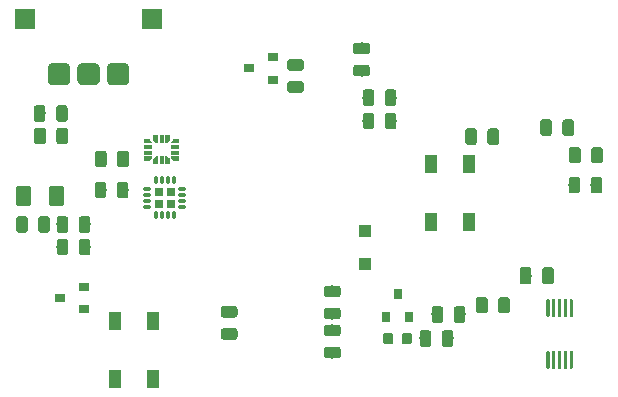
<source format=gbr>
G04 #@! TF.GenerationSoftware,KiCad,Pcbnew,5.0.2+dfsg1-1*
G04 #@! TF.CreationDate,2021-06-22T16:41:51+02:00*
G04 #@! TF.ProjectId,MainBoard,4d61696e-426f-4617-9264-2e6b69636164,rev?*
G04 #@! TF.SameCoordinates,Original*
G04 #@! TF.FileFunction,Paste,Bot*
G04 #@! TF.FilePolarity,Positive*
%FSLAX46Y46*%
G04 Gerber Fmt 4.6, Leading zero omitted, Abs format (unit mm)*
G04 Created by KiCad (PCBNEW 5.0.2+dfsg1-1) date Tue 22 Jun 2021 16:41:51 CEST*
%MOMM*%
%LPD*%
G01*
G04 APERTURE LIST*
%ADD10C,0.100000*%
%ADD11C,1.000000*%
%ADD12C,0.300000*%
%ADD13C,0.975000*%
%ADD14C,1.250000*%
%ADD15R,1.100000X1.100000*%
%ADD16R,1.700000X1.700000*%
%ADD17C,1.900000*%
%ADD18O,0.750000X0.300000*%
%ADD19O,0.300000X0.750000*%
%ADD20R,0.730000X0.730000*%
%ADD21R,0.900000X0.800000*%
%ADD22C,0.400000*%
%ADD23R,0.675000X0.400000*%
%ADD24R,0.400000X0.675000*%
%ADD25C,0.875000*%
%ADD26R,1.000000X1.500000*%
%ADD27R,0.800000X0.900000*%
G04 APERTURE END LIST*
D10*
G04 #@! TO.C,C401*
G36*
X108900104Y-101536604D02*
X108924373Y-101540204D01*
X108948171Y-101546165D01*
X108971271Y-101554430D01*
X108993449Y-101564920D01*
X109014493Y-101577533D01*
X109034198Y-101592147D01*
X109052377Y-101608623D01*
X109068853Y-101626802D01*
X109083467Y-101646507D01*
X109096080Y-101667551D01*
X109106570Y-101689729D01*
X109114835Y-101712829D01*
X109120796Y-101736627D01*
X109124396Y-101760896D01*
X109125600Y-101785400D01*
X109125600Y-102735400D01*
X109124396Y-102759904D01*
X109120796Y-102784173D01*
X109114835Y-102807971D01*
X109106570Y-102831071D01*
X109096080Y-102853249D01*
X109083467Y-102874293D01*
X109068853Y-102893998D01*
X109052377Y-102912177D01*
X109034198Y-102928653D01*
X109014493Y-102943267D01*
X108993449Y-102955880D01*
X108971271Y-102966370D01*
X108948171Y-102974635D01*
X108924373Y-102980596D01*
X108900104Y-102984196D01*
X108875600Y-102985400D01*
X108375600Y-102985400D01*
X108351096Y-102984196D01*
X108326827Y-102980596D01*
X108303029Y-102974635D01*
X108279929Y-102966370D01*
X108257751Y-102955880D01*
X108236707Y-102943267D01*
X108217002Y-102928653D01*
X108198823Y-102912177D01*
X108182347Y-102893998D01*
X108167733Y-102874293D01*
X108155120Y-102853249D01*
X108144630Y-102831071D01*
X108136365Y-102807971D01*
X108130404Y-102784173D01*
X108126804Y-102759904D01*
X108125600Y-102735400D01*
X108125600Y-101785400D01*
X108126804Y-101760896D01*
X108130404Y-101736627D01*
X108136365Y-101712829D01*
X108144630Y-101689729D01*
X108155120Y-101667551D01*
X108167733Y-101646507D01*
X108182347Y-101626802D01*
X108198823Y-101608623D01*
X108217002Y-101592147D01*
X108236707Y-101577533D01*
X108257751Y-101564920D01*
X108279929Y-101554430D01*
X108303029Y-101546165D01*
X108326827Y-101540204D01*
X108351096Y-101536604D01*
X108375600Y-101535400D01*
X108875600Y-101535400D01*
X108900104Y-101536604D01*
X108900104Y-101536604D01*
G37*
D11*
X108625600Y-102260400D03*
D10*
G36*
X110800104Y-101536604D02*
X110824373Y-101540204D01*
X110848171Y-101546165D01*
X110871271Y-101554430D01*
X110893449Y-101564920D01*
X110914493Y-101577533D01*
X110934198Y-101592147D01*
X110952377Y-101608623D01*
X110968853Y-101626802D01*
X110983467Y-101646507D01*
X110996080Y-101667551D01*
X111006570Y-101689729D01*
X111014835Y-101712829D01*
X111020796Y-101736627D01*
X111024396Y-101760896D01*
X111025600Y-101785400D01*
X111025600Y-102735400D01*
X111024396Y-102759904D01*
X111020796Y-102784173D01*
X111014835Y-102807971D01*
X111006570Y-102831071D01*
X110996080Y-102853249D01*
X110983467Y-102874293D01*
X110968853Y-102893998D01*
X110952377Y-102912177D01*
X110934198Y-102928653D01*
X110914493Y-102943267D01*
X110893449Y-102955880D01*
X110871271Y-102966370D01*
X110848171Y-102974635D01*
X110824373Y-102980596D01*
X110800104Y-102984196D01*
X110775600Y-102985400D01*
X110275600Y-102985400D01*
X110251096Y-102984196D01*
X110226827Y-102980596D01*
X110203029Y-102974635D01*
X110179929Y-102966370D01*
X110157751Y-102955880D01*
X110136707Y-102943267D01*
X110117002Y-102928653D01*
X110098823Y-102912177D01*
X110082347Y-102893998D01*
X110067733Y-102874293D01*
X110055120Y-102853249D01*
X110044630Y-102831071D01*
X110036365Y-102807971D01*
X110030404Y-102784173D01*
X110026804Y-102759904D01*
X110025600Y-102735400D01*
X110025600Y-101785400D01*
X110026804Y-101760896D01*
X110030404Y-101736627D01*
X110036365Y-101712829D01*
X110044630Y-101689729D01*
X110055120Y-101667551D01*
X110067733Y-101646507D01*
X110082347Y-101626802D01*
X110098823Y-101608623D01*
X110117002Y-101592147D01*
X110136707Y-101577533D01*
X110157751Y-101564920D01*
X110179929Y-101554430D01*
X110203029Y-101546165D01*
X110226827Y-101540204D01*
X110251096Y-101536604D01*
X110275600Y-101535400D01*
X110775600Y-101535400D01*
X110800104Y-101536604D01*
X110800104Y-101536604D01*
G37*
D11*
X110525600Y-102260400D03*
G04 #@! TD*
D10*
G04 #@! TO.C,U401*
G36*
X110588351Y-104263361D02*
X110595632Y-104264441D01*
X110602771Y-104266229D01*
X110609701Y-104268709D01*
X110616355Y-104271856D01*
X110622668Y-104275640D01*
X110628579Y-104280024D01*
X110634033Y-104284967D01*
X110638976Y-104290421D01*
X110643360Y-104296332D01*
X110647144Y-104302645D01*
X110650291Y-104309299D01*
X110652771Y-104316229D01*
X110654559Y-104323368D01*
X110655639Y-104330649D01*
X110656000Y-104338000D01*
X110656000Y-105638000D01*
X110655639Y-105645351D01*
X110654559Y-105652632D01*
X110652771Y-105659771D01*
X110650291Y-105666701D01*
X110647144Y-105673355D01*
X110643360Y-105679668D01*
X110638976Y-105685579D01*
X110634033Y-105691033D01*
X110628579Y-105695976D01*
X110622668Y-105700360D01*
X110616355Y-105704144D01*
X110609701Y-105707291D01*
X110602771Y-105709771D01*
X110595632Y-105711559D01*
X110588351Y-105712639D01*
X110581000Y-105713000D01*
X110431000Y-105713000D01*
X110423649Y-105712639D01*
X110416368Y-105711559D01*
X110409229Y-105709771D01*
X110402299Y-105707291D01*
X110395645Y-105704144D01*
X110389332Y-105700360D01*
X110383421Y-105695976D01*
X110377967Y-105691033D01*
X110373024Y-105685579D01*
X110368640Y-105679668D01*
X110364856Y-105673355D01*
X110361709Y-105666701D01*
X110359229Y-105659771D01*
X110357441Y-105652632D01*
X110356361Y-105645351D01*
X110356000Y-105638000D01*
X110356000Y-104338000D01*
X110356361Y-104330649D01*
X110357441Y-104323368D01*
X110359229Y-104316229D01*
X110361709Y-104309299D01*
X110364856Y-104302645D01*
X110368640Y-104296332D01*
X110373024Y-104290421D01*
X110377967Y-104284967D01*
X110383421Y-104280024D01*
X110389332Y-104275640D01*
X110395645Y-104271856D01*
X110402299Y-104268709D01*
X110409229Y-104266229D01*
X110416368Y-104264441D01*
X110423649Y-104263361D01*
X110431000Y-104263000D01*
X110581000Y-104263000D01*
X110588351Y-104263361D01*
X110588351Y-104263361D01*
G37*
D12*
X110506000Y-104988000D03*
D10*
G36*
X111088351Y-104263361D02*
X111095632Y-104264441D01*
X111102771Y-104266229D01*
X111109701Y-104268709D01*
X111116355Y-104271856D01*
X111122668Y-104275640D01*
X111128579Y-104280024D01*
X111134033Y-104284967D01*
X111138976Y-104290421D01*
X111143360Y-104296332D01*
X111147144Y-104302645D01*
X111150291Y-104309299D01*
X111152771Y-104316229D01*
X111154559Y-104323368D01*
X111155639Y-104330649D01*
X111156000Y-104338000D01*
X111156000Y-105638000D01*
X111155639Y-105645351D01*
X111154559Y-105652632D01*
X111152771Y-105659771D01*
X111150291Y-105666701D01*
X111147144Y-105673355D01*
X111143360Y-105679668D01*
X111138976Y-105685579D01*
X111134033Y-105691033D01*
X111128579Y-105695976D01*
X111122668Y-105700360D01*
X111116355Y-105704144D01*
X111109701Y-105707291D01*
X111102771Y-105709771D01*
X111095632Y-105711559D01*
X111088351Y-105712639D01*
X111081000Y-105713000D01*
X110931000Y-105713000D01*
X110923649Y-105712639D01*
X110916368Y-105711559D01*
X110909229Y-105709771D01*
X110902299Y-105707291D01*
X110895645Y-105704144D01*
X110889332Y-105700360D01*
X110883421Y-105695976D01*
X110877967Y-105691033D01*
X110873024Y-105685579D01*
X110868640Y-105679668D01*
X110864856Y-105673355D01*
X110861709Y-105666701D01*
X110859229Y-105659771D01*
X110857441Y-105652632D01*
X110856361Y-105645351D01*
X110856000Y-105638000D01*
X110856000Y-104338000D01*
X110856361Y-104330649D01*
X110857441Y-104323368D01*
X110859229Y-104316229D01*
X110861709Y-104309299D01*
X110864856Y-104302645D01*
X110868640Y-104296332D01*
X110873024Y-104290421D01*
X110877967Y-104284967D01*
X110883421Y-104280024D01*
X110889332Y-104275640D01*
X110895645Y-104271856D01*
X110902299Y-104268709D01*
X110909229Y-104266229D01*
X110916368Y-104264441D01*
X110923649Y-104263361D01*
X110931000Y-104263000D01*
X111081000Y-104263000D01*
X111088351Y-104263361D01*
X111088351Y-104263361D01*
G37*
D12*
X111006000Y-104988000D03*
D10*
G36*
X111588351Y-104263361D02*
X111595632Y-104264441D01*
X111602771Y-104266229D01*
X111609701Y-104268709D01*
X111616355Y-104271856D01*
X111622668Y-104275640D01*
X111628579Y-104280024D01*
X111634033Y-104284967D01*
X111638976Y-104290421D01*
X111643360Y-104296332D01*
X111647144Y-104302645D01*
X111650291Y-104309299D01*
X111652771Y-104316229D01*
X111654559Y-104323368D01*
X111655639Y-104330649D01*
X111656000Y-104338000D01*
X111656000Y-105638000D01*
X111655639Y-105645351D01*
X111654559Y-105652632D01*
X111652771Y-105659771D01*
X111650291Y-105666701D01*
X111647144Y-105673355D01*
X111643360Y-105679668D01*
X111638976Y-105685579D01*
X111634033Y-105691033D01*
X111628579Y-105695976D01*
X111622668Y-105700360D01*
X111616355Y-105704144D01*
X111609701Y-105707291D01*
X111602771Y-105709771D01*
X111595632Y-105711559D01*
X111588351Y-105712639D01*
X111581000Y-105713000D01*
X111431000Y-105713000D01*
X111423649Y-105712639D01*
X111416368Y-105711559D01*
X111409229Y-105709771D01*
X111402299Y-105707291D01*
X111395645Y-105704144D01*
X111389332Y-105700360D01*
X111383421Y-105695976D01*
X111377967Y-105691033D01*
X111373024Y-105685579D01*
X111368640Y-105679668D01*
X111364856Y-105673355D01*
X111361709Y-105666701D01*
X111359229Y-105659771D01*
X111357441Y-105652632D01*
X111356361Y-105645351D01*
X111356000Y-105638000D01*
X111356000Y-104338000D01*
X111356361Y-104330649D01*
X111357441Y-104323368D01*
X111359229Y-104316229D01*
X111361709Y-104309299D01*
X111364856Y-104302645D01*
X111368640Y-104296332D01*
X111373024Y-104290421D01*
X111377967Y-104284967D01*
X111383421Y-104280024D01*
X111389332Y-104275640D01*
X111395645Y-104271856D01*
X111402299Y-104268709D01*
X111409229Y-104266229D01*
X111416368Y-104264441D01*
X111423649Y-104263361D01*
X111431000Y-104263000D01*
X111581000Y-104263000D01*
X111588351Y-104263361D01*
X111588351Y-104263361D01*
G37*
D12*
X111506000Y-104988000D03*
D10*
G36*
X112088351Y-104263361D02*
X112095632Y-104264441D01*
X112102771Y-104266229D01*
X112109701Y-104268709D01*
X112116355Y-104271856D01*
X112122668Y-104275640D01*
X112128579Y-104280024D01*
X112134033Y-104284967D01*
X112138976Y-104290421D01*
X112143360Y-104296332D01*
X112147144Y-104302645D01*
X112150291Y-104309299D01*
X112152771Y-104316229D01*
X112154559Y-104323368D01*
X112155639Y-104330649D01*
X112156000Y-104338000D01*
X112156000Y-105638000D01*
X112155639Y-105645351D01*
X112154559Y-105652632D01*
X112152771Y-105659771D01*
X112150291Y-105666701D01*
X112147144Y-105673355D01*
X112143360Y-105679668D01*
X112138976Y-105685579D01*
X112134033Y-105691033D01*
X112128579Y-105695976D01*
X112122668Y-105700360D01*
X112116355Y-105704144D01*
X112109701Y-105707291D01*
X112102771Y-105709771D01*
X112095632Y-105711559D01*
X112088351Y-105712639D01*
X112081000Y-105713000D01*
X111931000Y-105713000D01*
X111923649Y-105712639D01*
X111916368Y-105711559D01*
X111909229Y-105709771D01*
X111902299Y-105707291D01*
X111895645Y-105704144D01*
X111889332Y-105700360D01*
X111883421Y-105695976D01*
X111877967Y-105691033D01*
X111873024Y-105685579D01*
X111868640Y-105679668D01*
X111864856Y-105673355D01*
X111861709Y-105666701D01*
X111859229Y-105659771D01*
X111857441Y-105652632D01*
X111856361Y-105645351D01*
X111856000Y-105638000D01*
X111856000Y-104338000D01*
X111856361Y-104330649D01*
X111857441Y-104323368D01*
X111859229Y-104316229D01*
X111861709Y-104309299D01*
X111864856Y-104302645D01*
X111868640Y-104296332D01*
X111873024Y-104290421D01*
X111877967Y-104284967D01*
X111883421Y-104280024D01*
X111889332Y-104275640D01*
X111895645Y-104271856D01*
X111902299Y-104268709D01*
X111909229Y-104266229D01*
X111916368Y-104264441D01*
X111923649Y-104263361D01*
X111931000Y-104263000D01*
X112081000Y-104263000D01*
X112088351Y-104263361D01*
X112088351Y-104263361D01*
G37*
D12*
X112006000Y-104988000D03*
D10*
G36*
X112588351Y-104263361D02*
X112595632Y-104264441D01*
X112602771Y-104266229D01*
X112609701Y-104268709D01*
X112616355Y-104271856D01*
X112622668Y-104275640D01*
X112628579Y-104280024D01*
X112634033Y-104284967D01*
X112638976Y-104290421D01*
X112643360Y-104296332D01*
X112647144Y-104302645D01*
X112650291Y-104309299D01*
X112652771Y-104316229D01*
X112654559Y-104323368D01*
X112655639Y-104330649D01*
X112656000Y-104338000D01*
X112656000Y-105638000D01*
X112655639Y-105645351D01*
X112654559Y-105652632D01*
X112652771Y-105659771D01*
X112650291Y-105666701D01*
X112647144Y-105673355D01*
X112643360Y-105679668D01*
X112638976Y-105685579D01*
X112634033Y-105691033D01*
X112628579Y-105695976D01*
X112622668Y-105700360D01*
X112616355Y-105704144D01*
X112609701Y-105707291D01*
X112602771Y-105709771D01*
X112595632Y-105711559D01*
X112588351Y-105712639D01*
X112581000Y-105713000D01*
X112431000Y-105713000D01*
X112423649Y-105712639D01*
X112416368Y-105711559D01*
X112409229Y-105709771D01*
X112402299Y-105707291D01*
X112395645Y-105704144D01*
X112389332Y-105700360D01*
X112383421Y-105695976D01*
X112377967Y-105691033D01*
X112373024Y-105685579D01*
X112368640Y-105679668D01*
X112364856Y-105673355D01*
X112361709Y-105666701D01*
X112359229Y-105659771D01*
X112357441Y-105652632D01*
X112356361Y-105645351D01*
X112356000Y-105638000D01*
X112356000Y-104338000D01*
X112356361Y-104330649D01*
X112357441Y-104323368D01*
X112359229Y-104316229D01*
X112361709Y-104309299D01*
X112364856Y-104302645D01*
X112368640Y-104296332D01*
X112373024Y-104290421D01*
X112377967Y-104284967D01*
X112383421Y-104280024D01*
X112389332Y-104275640D01*
X112395645Y-104271856D01*
X112402299Y-104268709D01*
X112409229Y-104266229D01*
X112416368Y-104264441D01*
X112423649Y-104263361D01*
X112431000Y-104263000D01*
X112581000Y-104263000D01*
X112588351Y-104263361D01*
X112588351Y-104263361D01*
G37*
D12*
X112506000Y-104988000D03*
D10*
G36*
X112588351Y-108663361D02*
X112595632Y-108664441D01*
X112602771Y-108666229D01*
X112609701Y-108668709D01*
X112616355Y-108671856D01*
X112622668Y-108675640D01*
X112628579Y-108680024D01*
X112634033Y-108684967D01*
X112638976Y-108690421D01*
X112643360Y-108696332D01*
X112647144Y-108702645D01*
X112650291Y-108709299D01*
X112652771Y-108716229D01*
X112654559Y-108723368D01*
X112655639Y-108730649D01*
X112656000Y-108738000D01*
X112656000Y-110038000D01*
X112655639Y-110045351D01*
X112654559Y-110052632D01*
X112652771Y-110059771D01*
X112650291Y-110066701D01*
X112647144Y-110073355D01*
X112643360Y-110079668D01*
X112638976Y-110085579D01*
X112634033Y-110091033D01*
X112628579Y-110095976D01*
X112622668Y-110100360D01*
X112616355Y-110104144D01*
X112609701Y-110107291D01*
X112602771Y-110109771D01*
X112595632Y-110111559D01*
X112588351Y-110112639D01*
X112581000Y-110113000D01*
X112431000Y-110113000D01*
X112423649Y-110112639D01*
X112416368Y-110111559D01*
X112409229Y-110109771D01*
X112402299Y-110107291D01*
X112395645Y-110104144D01*
X112389332Y-110100360D01*
X112383421Y-110095976D01*
X112377967Y-110091033D01*
X112373024Y-110085579D01*
X112368640Y-110079668D01*
X112364856Y-110073355D01*
X112361709Y-110066701D01*
X112359229Y-110059771D01*
X112357441Y-110052632D01*
X112356361Y-110045351D01*
X112356000Y-110038000D01*
X112356000Y-108738000D01*
X112356361Y-108730649D01*
X112357441Y-108723368D01*
X112359229Y-108716229D01*
X112361709Y-108709299D01*
X112364856Y-108702645D01*
X112368640Y-108696332D01*
X112373024Y-108690421D01*
X112377967Y-108684967D01*
X112383421Y-108680024D01*
X112389332Y-108675640D01*
X112395645Y-108671856D01*
X112402299Y-108668709D01*
X112409229Y-108666229D01*
X112416368Y-108664441D01*
X112423649Y-108663361D01*
X112431000Y-108663000D01*
X112581000Y-108663000D01*
X112588351Y-108663361D01*
X112588351Y-108663361D01*
G37*
D12*
X112506000Y-109388000D03*
D10*
G36*
X112088351Y-108663361D02*
X112095632Y-108664441D01*
X112102771Y-108666229D01*
X112109701Y-108668709D01*
X112116355Y-108671856D01*
X112122668Y-108675640D01*
X112128579Y-108680024D01*
X112134033Y-108684967D01*
X112138976Y-108690421D01*
X112143360Y-108696332D01*
X112147144Y-108702645D01*
X112150291Y-108709299D01*
X112152771Y-108716229D01*
X112154559Y-108723368D01*
X112155639Y-108730649D01*
X112156000Y-108738000D01*
X112156000Y-110038000D01*
X112155639Y-110045351D01*
X112154559Y-110052632D01*
X112152771Y-110059771D01*
X112150291Y-110066701D01*
X112147144Y-110073355D01*
X112143360Y-110079668D01*
X112138976Y-110085579D01*
X112134033Y-110091033D01*
X112128579Y-110095976D01*
X112122668Y-110100360D01*
X112116355Y-110104144D01*
X112109701Y-110107291D01*
X112102771Y-110109771D01*
X112095632Y-110111559D01*
X112088351Y-110112639D01*
X112081000Y-110113000D01*
X111931000Y-110113000D01*
X111923649Y-110112639D01*
X111916368Y-110111559D01*
X111909229Y-110109771D01*
X111902299Y-110107291D01*
X111895645Y-110104144D01*
X111889332Y-110100360D01*
X111883421Y-110095976D01*
X111877967Y-110091033D01*
X111873024Y-110085579D01*
X111868640Y-110079668D01*
X111864856Y-110073355D01*
X111861709Y-110066701D01*
X111859229Y-110059771D01*
X111857441Y-110052632D01*
X111856361Y-110045351D01*
X111856000Y-110038000D01*
X111856000Y-108738000D01*
X111856361Y-108730649D01*
X111857441Y-108723368D01*
X111859229Y-108716229D01*
X111861709Y-108709299D01*
X111864856Y-108702645D01*
X111868640Y-108696332D01*
X111873024Y-108690421D01*
X111877967Y-108684967D01*
X111883421Y-108680024D01*
X111889332Y-108675640D01*
X111895645Y-108671856D01*
X111902299Y-108668709D01*
X111909229Y-108666229D01*
X111916368Y-108664441D01*
X111923649Y-108663361D01*
X111931000Y-108663000D01*
X112081000Y-108663000D01*
X112088351Y-108663361D01*
X112088351Y-108663361D01*
G37*
D12*
X112006000Y-109388000D03*
D10*
G36*
X111588351Y-108663361D02*
X111595632Y-108664441D01*
X111602771Y-108666229D01*
X111609701Y-108668709D01*
X111616355Y-108671856D01*
X111622668Y-108675640D01*
X111628579Y-108680024D01*
X111634033Y-108684967D01*
X111638976Y-108690421D01*
X111643360Y-108696332D01*
X111647144Y-108702645D01*
X111650291Y-108709299D01*
X111652771Y-108716229D01*
X111654559Y-108723368D01*
X111655639Y-108730649D01*
X111656000Y-108738000D01*
X111656000Y-110038000D01*
X111655639Y-110045351D01*
X111654559Y-110052632D01*
X111652771Y-110059771D01*
X111650291Y-110066701D01*
X111647144Y-110073355D01*
X111643360Y-110079668D01*
X111638976Y-110085579D01*
X111634033Y-110091033D01*
X111628579Y-110095976D01*
X111622668Y-110100360D01*
X111616355Y-110104144D01*
X111609701Y-110107291D01*
X111602771Y-110109771D01*
X111595632Y-110111559D01*
X111588351Y-110112639D01*
X111581000Y-110113000D01*
X111431000Y-110113000D01*
X111423649Y-110112639D01*
X111416368Y-110111559D01*
X111409229Y-110109771D01*
X111402299Y-110107291D01*
X111395645Y-110104144D01*
X111389332Y-110100360D01*
X111383421Y-110095976D01*
X111377967Y-110091033D01*
X111373024Y-110085579D01*
X111368640Y-110079668D01*
X111364856Y-110073355D01*
X111361709Y-110066701D01*
X111359229Y-110059771D01*
X111357441Y-110052632D01*
X111356361Y-110045351D01*
X111356000Y-110038000D01*
X111356000Y-108738000D01*
X111356361Y-108730649D01*
X111357441Y-108723368D01*
X111359229Y-108716229D01*
X111361709Y-108709299D01*
X111364856Y-108702645D01*
X111368640Y-108696332D01*
X111373024Y-108690421D01*
X111377967Y-108684967D01*
X111383421Y-108680024D01*
X111389332Y-108675640D01*
X111395645Y-108671856D01*
X111402299Y-108668709D01*
X111409229Y-108666229D01*
X111416368Y-108664441D01*
X111423649Y-108663361D01*
X111431000Y-108663000D01*
X111581000Y-108663000D01*
X111588351Y-108663361D01*
X111588351Y-108663361D01*
G37*
D12*
X111506000Y-109388000D03*
D10*
G36*
X111088351Y-108663361D02*
X111095632Y-108664441D01*
X111102771Y-108666229D01*
X111109701Y-108668709D01*
X111116355Y-108671856D01*
X111122668Y-108675640D01*
X111128579Y-108680024D01*
X111134033Y-108684967D01*
X111138976Y-108690421D01*
X111143360Y-108696332D01*
X111147144Y-108702645D01*
X111150291Y-108709299D01*
X111152771Y-108716229D01*
X111154559Y-108723368D01*
X111155639Y-108730649D01*
X111156000Y-108738000D01*
X111156000Y-110038000D01*
X111155639Y-110045351D01*
X111154559Y-110052632D01*
X111152771Y-110059771D01*
X111150291Y-110066701D01*
X111147144Y-110073355D01*
X111143360Y-110079668D01*
X111138976Y-110085579D01*
X111134033Y-110091033D01*
X111128579Y-110095976D01*
X111122668Y-110100360D01*
X111116355Y-110104144D01*
X111109701Y-110107291D01*
X111102771Y-110109771D01*
X111095632Y-110111559D01*
X111088351Y-110112639D01*
X111081000Y-110113000D01*
X110931000Y-110113000D01*
X110923649Y-110112639D01*
X110916368Y-110111559D01*
X110909229Y-110109771D01*
X110902299Y-110107291D01*
X110895645Y-110104144D01*
X110889332Y-110100360D01*
X110883421Y-110095976D01*
X110877967Y-110091033D01*
X110873024Y-110085579D01*
X110868640Y-110079668D01*
X110864856Y-110073355D01*
X110861709Y-110066701D01*
X110859229Y-110059771D01*
X110857441Y-110052632D01*
X110856361Y-110045351D01*
X110856000Y-110038000D01*
X110856000Y-108738000D01*
X110856361Y-108730649D01*
X110857441Y-108723368D01*
X110859229Y-108716229D01*
X110861709Y-108709299D01*
X110864856Y-108702645D01*
X110868640Y-108696332D01*
X110873024Y-108690421D01*
X110877967Y-108684967D01*
X110883421Y-108680024D01*
X110889332Y-108675640D01*
X110895645Y-108671856D01*
X110902299Y-108668709D01*
X110909229Y-108666229D01*
X110916368Y-108664441D01*
X110923649Y-108663361D01*
X110931000Y-108663000D01*
X111081000Y-108663000D01*
X111088351Y-108663361D01*
X111088351Y-108663361D01*
G37*
D12*
X111006000Y-109388000D03*
D10*
G36*
X110588351Y-108663361D02*
X110595632Y-108664441D01*
X110602771Y-108666229D01*
X110609701Y-108668709D01*
X110616355Y-108671856D01*
X110622668Y-108675640D01*
X110628579Y-108680024D01*
X110634033Y-108684967D01*
X110638976Y-108690421D01*
X110643360Y-108696332D01*
X110647144Y-108702645D01*
X110650291Y-108709299D01*
X110652771Y-108716229D01*
X110654559Y-108723368D01*
X110655639Y-108730649D01*
X110656000Y-108738000D01*
X110656000Y-110038000D01*
X110655639Y-110045351D01*
X110654559Y-110052632D01*
X110652771Y-110059771D01*
X110650291Y-110066701D01*
X110647144Y-110073355D01*
X110643360Y-110079668D01*
X110638976Y-110085579D01*
X110634033Y-110091033D01*
X110628579Y-110095976D01*
X110622668Y-110100360D01*
X110616355Y-110104144D01*
X110609701Y-110107291D01*
X110602771Y-110109771D01*
X110595632Y-110111559D01*
X110588351Y-110112639D01*
X110581000Y-110113000D01*
X110431000Y-110113000D01*
X110423649Y-110112639D01*
X110416368Y-110111559D01*
X110409229Y-110109771D01*
X110402299Y-110107291D01*
X110395645Y-110104144D01*
X110389332Y-110100360D01*
X110383421Y-110095976D01*
X110377967Y-110091033D01*
X110373024Y-110085579D01*
X110368640Y-110079668D01*
X110364856Y-110073355D01*
X110361709Y-110066701D01*
X110359229Y-110059771D01*
X110357441Y-110052632D01*
X110356361Y-110045351D01*
X110356000Y-110038000D01*
X110356000Y-108738000D01*
X110356361Y-108730649D01*
X110357441Y-108723368D01*
X110359229Y-108716229D01*
X110361709Y-108709299D01*
X110364856Y-108702645D01*
X110368640Y-108696332D01*
X110373024Y-108690421D01*
X110377967Y-108684967D01*
X110383421Y-108680024D01*
X110389332Y-108675640D01*
X110395645Y-108671856D01*
X110402299Y-108668709D01*
X110409229Y-108666229D01*
X110416368Y-108664441D01*
X110423649Y-108663361D01*
X110431000Y-108663000D01*
X110581000Y-108663000D01*
X110588351Y-108663361D01*
X110588351Y-108663361D01*
G37*
D12*
X110506000Y-109388000D03*
G04 #@! TD*
D10*
G04 #@! TO.C,R8*
G36*
X112507943Y-89013974D02*
X112531604Y-89017484D01*
X112554808Y-89023296D01*
X112577330Y-89031354D01*
X112598954Y-89041582D01*
X112619471Y-89053879D01*
X112638684Y-89068129D01*
X112656408Y-89084193D01*
X112672472Y-89101917D01*
X112686722Y-89121130D01*
X112699019Y-89141647D01*
X112709247Y-89163271D01*
X112717305Y-89185793D01*
X112723117Y-89208997D01*
X112726627Y-89232658D01*
X112727801Y-89256550D01*
X112727801Y-90169050D01*
X112726627Y-90192942D01*
X112723117Y-90216603D01*
X112717305Y-90239807D01*
X112709247Y-90262329D01*
X112699019Y-90283953D01*
X112686722Y-90304470D01*
X112672472Y-90323683D01*
X112656408Y-90341407D01*
X112638684Y-90357471D01*
X112619471Y-90371721D01*
X112598954Y-90384018D01*
X112577330Y-90394246D01*
X112554808Y-90402304D01*
X112531604Y-90408116D01*
X112507943Y-90411626D01*
X112484051Y-90412800D01*
X111996551Y-90412800D01*
X111972659Y-90411626D01*
X111948998Y-90408116D01*
X111925794Y-90402304D01*
X111903272Y-90394246D01*
X111881648Y-90384018D01*
X111861131Y-90371721D01*
X111841918Y-90357471D01*
X111824194Y-90341407D01*
X111808130Y-90323683D01*
X111793880Y-90304470D01*
X111781583Y-90283953D01*
X111771355Y-90262329D01*
X111763297Y-90239807D01*
X111757485Y-90216603D01*
X111753975Y-90192942D01*
X111752801Y-90169050D01*
X111752801Y-89256550D01*
X111753975Y-89232658D01*
X111757485Y-89208997D01*
X111763297Y-89185793D01*
X111771355Y-89163271D01*
X111781583Y-89141647D01*
X111793880Y-89121130D01*
X111808130Y-89101917D01*
X111824194Y-89084193D01*
X111841918Y-89068129D01*
X111861131Y-89053879D01*
X111881648Y-89041582D01*
X111903272Y-89031354D01*
X111925794Y-89023296D01*
X111948998Y-89017484D01*
X111972659Y-89013974D01*
X111996551Y-89012800D01*
X112484051Y-89012800D01*
X112507943Y-89013974D01*
X112507943Y-89013974D01*
G37*
D13*
X112240301Y-89712800D03*
D10*
G36*
X110632941Y-89013974D02*
X110656602Y-89017484D01*
X110679806Y-89023296D01*
X110702328Y-89031354D01*
X110723952Y-89041582D01*
X110744469Y-89053879D01*
X110763682Y-89068129D01*
X110781406Y-89084193D01*
X110797470Y-89101917D01*
X110811720Y-89121130D01*
X110824017Y-89141647D01*
X110834245Y-89163271D01*
X110842303Y-89185793D01*
X110848115Y-89208997D01*
X110851625Y-89232658D01*
X110852799Y-89256550D01*
X110852799Y-90169050D01*
X110851625Y-90192942D01*
X110848115Y-90216603D01*
X110842303Y-90239807D01*
X110834245Y-90262329D01*
X110824017Y-90283953D01*
X110811720Y-90304470D01*
X110797470Y-90323683D01*
X110781406Y-90341407D01*
X110763682Y-90357471D01*
X110744469Y-90371721D01*
X110723952Y-90384018D01*
X110702328Y-90394246D01*
X110679806Y-90402304D01*
X110656602Y-90408116D01*
X110632941Y-90411626D01*
X110609049Y-90412800D01*
X110121549Y-90412800D01*
X110097657Y-90411626D01*
X110073996Y-90408116D01*
X110050792Y-90402304D01*
X110028270Y-90394246D01*
X110006646Y-90384018D01*
X109986129Y-90371721D01*
X109966916Y-90357471D01*
X109949192Y-90341407D01*
X109933128Y-90323683D01*
X109918878Y-90304470D01*
X109906581Y-90283953D01*
X109896353Y-90262329D01*
X109888295Y-90239807D01*
X109882483Y-90216603D01*
X109878973Y-90192942D01*
X109877799Y-90169050D01*
X109877799Y-89256550D01*
X109878973Y-89232658D01*
X109882483Y-89208997D01*
X109888295Y-89185793D01*
X109896353Y-89163271D01*
X109906581Y-89141647D01*
X109918878Y-89121130D01*
X109933128Y-89101917D01*
X109949192Y-89084193D01*
X109966916Y-89068129D01*
X109986129Y-89053879D01*
X110006646Y-89041582D01*
X110028270Y-89031354D01*
X110050792Y-89023296D01*
X110073996Y-89017484D01*
X110097657Y-89013974D01*
X110121549Y-89012800D01*
X110609049Y-89012800D01*
X110632941Y-89013974D01*
X110632941Y-89013974D01*
G37*
D13*
X110365299Y-89712800D03*
G04 #@! TD*
D10*
G04 #@! TO.C,R9*
G36*
X113071341Y-91350774D02*
X113095002Y-91354284D01*
X113118206Y-91360096D01*
X113140728Y-91368154D01*
X113162352Y-91378382D01*
X113182869Y-91390679D01*
X113202082Y-91404929D01*
X113219806Y-91420993D01*
X113235870Y-91438717D01*
X113250120Y-91457930D01*
X113262417Y-91478447D01*
X113272645Y-91500071D01*
X113280703Y-91522593D01*
X113286515Y-91545797D01*
X113290025Y-91569458D01*
X113291199Y-91593350D01*
X113291199Y-92505850D01*
X113290025Y-92529742D01*
X113286515Y-92553403D01*
X113280703Y-92576607D01*
X113272645Y-92599129D01*
X113262417Y-92620753D01*
X113250120Y-92641270D01*
X113235870Y-92660483D01*
X113219806Y-92678207D01*
X113202082Y-92694271D01*
X113182869Y-92708521D01*
X113162352Y-92720818D01*
X113140728Y-92731046D01*
X113118206Y-92739104D01*
X113095002Y-92744916D01*
X113071341Y-92748426D01*
X113047449Y-92749600D01*
X112559949Y-92749600D01*
X112536057Y-92748426D01*
X112512396Y-92744916D01*
X112489192Y-92739104D01*
X112466670Y-92731046D01*
X112445046Y-92720818D01*
X112424529Y-92708521D01*
X112405316Y-92694271D01*
X112387592Y-92678207D01*
X112371528Y-92660483D01*
X112357278Y-92641270D01*
X112344981Y-92620753D01*
X112334753Y-92599129D01*
X112326695Y-92576607D01*
X112320883Y-92553403D01*
X112317373Y-92529742D01*
X112316199Y-92505850D01*
X112316199Y-91593350D01*
X112317373Y-91569458D01*
X112320883Y-91545797D01*
X112326695Y-91522593D01*
X112334753Y-91500071D01*
X112344981Y-91478447D01*
X112357278Y-91457930D01*
X112371528Y-91438717D01*
X112387592Y-91420993D01*
X112405316Y-91404929D01*
X112424529Y-91390679D01*
X112445046Y-91378382D01*
X112466670Y-91368154D01*
X112489192Y-91360096D01*
X112512396Y-91354284D01*
X112536057Y-91350774D01*
X112559949Y-91349600D01*
X113047449Y-91349600D01*
X113071341Y-91350774D01*
X113071341Y-91350774D01*
G37*
D13*
X112803699Y-92049600D03*
D10*
G36*
X114946343Y-91350774D02*
X114970004Y-91354284D01*
X114993208Y-91360096D01*
X115015730Y-91368154D01*
X115037354Y-91378382D01*
X115057871Y-91390679D01*
X115077084Y-91404929D01*
X115094808Y-91420993D01*
X115110872Y-91438717D01*
X115125122Y-91457930D01*
X115137419Y-91478447D01*
X115147647Y-91500071D01*
X115155705Y-91522593D01*
X115161517Y-91545797D01*
X115165027Y-91569458D01*
X115166201Y-91593350D01*
X115166201Y-92505850D01*
X115165027Y-92529742D01*
X115161517Y-92553403D01*
X115155705Y-92576607D01*
X115147647Y-92599129D01*
X115137419Y-92620753D01*
X115125122Y-92641270D01*
X115110872Y-92660483D01*
X115094808Y-92678207D01*
X115077084Y-92694271D01*
X115057871Y-92708521D01*
X115037354Y-92720818D01*
X115015730Y-92731046D01*
X114993208Y-92739104D01*
X114970004Y-92744916D01*
X114946343Y-92748426D01*
X114922451Y-92749600D01*
X114434951Y-92749600D01*
X114411059Y-92748426D01*
X114387398Y-92744916D01*
X114364194Y-92739104D01*
X114341672Y-92731046D01*
X114320048Y-92720818D01*
X114299531Y-92708521D01*
X114280318Y-92694271D01*
X114262594Y-92678207D01*
X114246530Y-92660483D01*
X114232280Y-92641270D01*
X114219983Y-92620753D01*
X114209755Y-92599129D01*
X114201697Y-92576607D01*
X114195885Y-92553403D01*
X114192375Y-92529742D01*
X114191201Y-92505850D01*
X114191201Y-91593350D01*
X114192375Y-91569458D01*
X114195885Y-91545797D01*
X114201697Y-91522593D01*
X114209755Y-91500071D01*
X114219983Y-91478447D01*
X114232280Y-91457930D01*
X114246530Y-91438717D01*
X114262594Y-91420993D01*
X114280318Y-91404929D01*
X114299531Y-91390679D01*
X114320048Y-91378382D01*
X114341672Y-91368154D01*
X114364194Y-91360096D01*
X114387398Y-91354284D01*
X114411059Y-91350774D01*
X114434951Y-91349600D01*
X114922451Y-91349600D01*
X114946343Y-91350774D01*
X114946343Y-91350774D01*
G37*
D13*
X114678701Y-92049600D03*
G04 #@! TD*
D10*
G04 #@! TO.C,R1*
G36*
X114895542Y-93890774D02*
X114919203Y-93894284D01*
X114942407Y-93900096D01*
X114964929Y-93908154D01*
X114986553Y-93918382D01*
X115007070Y-93930679D01*
X115026283Y-93944929D01*
X115044007Y-93960993D01*
X115060071Y-93978717D01*
X115074321Y-93997930D01*
X115086618Y-94018447D01*
X115096846Y-94040071D01*
X115104904Y-94062593D01*
X115110716Y-94085797D01*
X115114226Y-94109458D01*
X115115400Y-94133350D01*
X115115400Y-95045850D01*
X115114226Y-95069742D01*
X115110716Y-95093403D01*
X115104904Y-95116607D01*
X115096846Y-95139129D01*
X115086618Y-95160753D01*
X115074321Y-95181270D01*
X115060071Y-95200483D01*
X115044007Y-95218207D01*
X115026283Y-95234271D01*
X115007070Y-95248521D01*
X114986553Y-95260818D01*
X114964929Y-95271046D01*
X114942407Y-95279104D01*
X114919203Y-95284916D01*
X114895542Y-95288426D01*
X114871650Y-95289600D01*
X114384150Y-95289600D01*
X114360258Y-95288426D01*
X114336597Y-95284916D01*
X114313393Y-95279104D01*
X114290871Y-95271046D01*
X114269247Y-95260818D01*
X114248730Y-95248521D01*
X114229517Y-95234271D01*
X114211793Y-95218207D01*
X114195729Y-95200483D01*
X114181479Y-95181270D01*
X114169182Y-95160753D01*
X114158954Y-95139129D01*
X114150896Y-95116607D01*
X114145084Y-95093403D01*
X114141574Y-95069742D01*
X114140400Y-95045850D01*
X114140400Y-94133350D01*
X114141574Y-94109458D01*
X114145084Y-94085797D01*
X114150896Y-94062593D01*
X114158954Y-94040071D01*
X114169182Y-94018447D01*
X114181479Y-93997930D01*
X114195729Y-93978717D01*
X114211793Y-93960993D01*
X114229517Y-93944929D01*
X114248730Y-93930679D01*
X114269247Y-93918382D01*
X114290871Y-93908154D01*
X114313393Y-93900096D01*
X114336597Y-93894284D01*
X114360258Y-93890774D01*
X114384150Y-93889600D01*
X114871650Y-93889600D01*
X114895542Y-93890774D01*
X114895542Y-93890774D01*
G37*
D13*
X114627900Y-94589600D03*
D10*
G36*
X113020542Y-93890774D02*
X113044203Y-93894284D01*
X113067407Y-93900096D01*
X113089929Y-93908154D01*
X113111553Y-93918382D01*
X113132070Y-93930679D01*
X113151283Y-93944929D01*
X113169007Y-93960993D01*
X113185071Y-93978717D01*
X113199321Y-93997930D01*
X113211618Y-94018447D01*
X113221846Y-94040071D01*
X113229904Y-94062593D01*
X113235716Y-94085797D01*
X113239226Y-94109458D01*
X113240400Y-94133350D01*
X113240400Y-95045850D01*
X113239226Y-95069742D01*
X113235716Y-95093403D01*
X113229904Y-95116607D01*
X113221846Y-95139129D01*
X113211618Y-95160753D01*
X113199321Y-95181270D01*
X113185071Y-95200483D01*
X113169007Y-95218207D01*
X113151283Y-95234271D01*
X113132070Y-95248521D01*
X113111553Y-95260818D01*
X113089929Y-95271046D01*
X113067407Y-95279104D01*
X113044203Y-95284916D01*
X113020542Y-95288426D01*
X112996650Y-95289600D01*
X112509150Y-95289600D01*
X112485258Y-95288426D01*
X112461597Y-95284916D01*
X112438393Y-95279104D01*
X112415871Y-95271046D01*
X112394247Y-95260818D01*
X112373730Y-95248521D01*
X112354517Y-95234271D01*
X112336793Y-95218207D01*
X112320729Y-95200483D01*
X112306479Y-95181270D01*
X112294182Y-95160753D01*
X112283954Y-95139129D01*
X112275896Y-95116607D01*
X112270084Y-95093403D01*
X112266574Y-95069742D01*
X112265400Y-95045850D01*
X112265400Y-94133350D01*
X112266574Y-94109458D01*
X112270084Y-94085797D01*
X112275896Y-94062593D01*
X112283954Y-94040071D01*
X112294182Y-94018447D01*
X112306479Y-93997930D01*
X112320729Y-93978717D01*
X112336793Y-93960993D01*
X112354517Y-93944929D01*
X112373730Y-93930679D01*
X112394247Y-93918382D01*
X112415871Y-93908154D01*
X112438393Y-93900096D01*
X112461597Y-93894284D01*
X112485258Y-93890774D01*
X112509150Y-93889600D01*
X112996650Y-93889600D01*
X113020542Y-93890774D01*
X113020542Y-93890774D01*
G37*
D13*
X112752900Y-94589600D03*
G04 #@! TD*
D10*
G04 #@! TO.C,R7*
G36*
X106157942Y-89775974D02*
X106181603Y-89779484D01*
X106204807Y-89785296D01*
X106227329Y-89793354D01*
X106248953Y-89803582D01*
X106269470Y-89815879D01*
X106288683Y-89830129D01*
X106306407Y-89846193D01*
X106322471Y-89863917D01*
X106336721Y-89883130D01*
X106349018Y-89903647D01*
X106359246Y-89925271D01*
X106367304Y-89947793D01*
X106373116Y-89970997D01*
X106376626Y-89994658D01*
X106377800Y-90018550D01*
X106377800Y-90931050D01*
X106376626Y-90954942D01*
X106373116Y-90978603D01*
X106367304Y-91001807D01*
X106359246Y-91024329D01*
X106349018Y-91045953D01*
X106336721Y-91066470D01*
X106322471Y-91085683D01*
X106306407Y-91103407D01*
X106288683Y-91119471D01*
X106269470Y-91133721D01*
X106248953Y-91146018D01*
X106227329Y-91156246D01*
X106204807Y-91164304D01*
X106181603Y-91170116D01*
X106157942Y-91173626D01*
X106134050Y-91174800D01*
X105646550Y-91174800D01*
X105622658Y-91173626D01*
X105598997Y-91170116D01*
X105575793Y-91164304D01*
X105553271Y-91156246D01*
X105531647Y-91146018D01*
X105511130Y-91133721D01*
X105491917Y-91119471D01*
X105474193Y-91103407D01*
X105458129Y-91085683D01*
X105443879Y-91066470D01*
X105431582Y-91045953D01*
X105421354Y-91024329D01*
X105413296Y-91001807D01*
X105407484Y-90978603D01*
X105403974Y-90954942D01*
X105402800Y-90931050D01*
X105402800Y-90018550D01*
X105403974Y-89994658D01*
X105407484Y-89970997D01*
X105413296Y-89947793D01*
X105421354Y-89925271D01*
X105431582Y-89903647D01*
X105443879Y-89883130D01*
X105458129Y-89863917D01*
X105474193Y-89846193D01*
X105491917Y-89830129D01*
X105511130Y-89815879D01*
X105531647Y-89803582D01*
X105553271Y-89793354D01*
X105575793Y-89785296D01*
X105598997Y-89779484D01*
X105622658Y-89775974D01*
X105646550Y-89774800D01*
X106134050Y-89774800D01*
X106157942Y-89775974D01*
X106157942Y-89775974D01*
G37*
D13*
X105890300Y-90474800D03*
D10*
G36*
X104282942Y-89775974D02*
X104306603Y-89779484D01*
X104329807Y-89785296D01*
X104352329Y-89793354D01*
X104373953Y-89803582D01*
X104394470Y-89815879D01*
X104413683Y-89830129D01*
X104431407Y-89846193D01*
X104447471Y-89863917D01*
X104461721Y-89883130D01*
X104474018Y-89903647D01*
X104484246Y-89925271D01*
X104492304Y-89947793D01*
X104498116Y-89970997D01*
X104501626Y-89994658D01*
X104502800Y-90018550D01*
X104502800Y-90931050D01*
X104501626Y-90954942D01*
X104498116Y-90978603D01*
X104492304Y-91001807D01*
X104484246Y-91024329D01*
X104474018Y-91045953D01*
X104461721Y-91066470D01*
X104447471Y-91085683D01*
X104431407Y-91103407D01*
X104413683Y-91119471D01*
X104394470Y-91133721D01*
X104373953Y-91146018D01*
X104352329Y-91156246D01*
X104329807Y-91164304D01*
X104306603Y-91170116D01*
X104282942Y-91173626D01*
X104259050Y-91174800D01*
X103771550Y-91174800D01*
X103747658Y-91173626D01*
X103723997Y-91170116D01*
X103700793Y-91164304D01*
X103678271Y-91156246D01*
X103656647Y-91146018D01*
X103636130Y-91133721D01*
X103616917Y-91119471D01*
X103599193Y-91103407D01*
X103583129Y-91085683D01*
X103568879Y-91066470D01*
X103556582Y-91045953D01*
X103546354Y-91024329D01*
X103538296Y-91001807D01*
X103532484Y-90978603D01*
X103528974Y-90954942D01*
X103527800Y-90931050D01*
X103527800Y-90018550D01*
X103528974Y-89994658D01*
X103532484Y-89970997D01*
X103538296Y-89947793D01*
X103546354Y-89925271D01*
X103556582Y-89903647D01*
X103568879Y-89883130D01*
X103583129Y-89863917D01*
X103599193Y-89846193D01*
X103616917Y-89830129D01*
X103636130Y-89815879D01*
X103656647Y-89803582D01*
X103678271Y-89793354D01*
X103700793Y-89785296D01*
X103723997Y-89779484D01*
X103747658Y-89775974D01*
X103771550Y-89774800D01*
X104259050Y-89774800D01*
X104282942Y-89775974D01*
X104282942Y-89775974D01*
G37*
D13*
X104015300Y-90474800D03*
G04 #@! TD*
D10*
G04 #@! TO.C,C5*
G36*
X66512704Y-94630204D02*
X66536973Y-94633804D01*
X66560771Y-94639765D01*
X66583871Y-94648030D01*
X66606049Y-94658520D01*
X66627093Y-94671133D01*
X66646798Y-94685747D01*
X66664977Y-94702223D01*
X66681453Y-94720402D01*
X66696067Y-94740107D01*
X66708680Y-94761151D01*
X66719170Y-94783329D01*
X66727435Y-94806429D01*
X66733396Y-94830227D01*
X66736996Y-94854496D01*
X66738200Y-94879000D01*
X66738200Y-96129000D01*
X66736996Y-96153504D01*
X66733396Y-96177773D01*
X66727435Y-96201571D01*
X66719170Y-96224671D01*
X66708680Y-96246849D01*
X66696067Y-96267893D01*
X66681453Y-96287598D01*
X66664977Y-96305777D01*
X66646798Y-96322253D01*
X66627093Y-96336867D01*
X66606049Y-96349480D01*
X66583871Y-96359970D01*
X66560771Y-96368235D01*
X66536973Y-96374196D01*
X66512704Y-96377796D01*
X66488200Y-96379000D01*
X65738200Y-96379000D01*
X65713696Y-96377796D01*
X65689427Y-96374196D01*
X65665629Y-96368235D01*
X65642529Y-96359970D01*
X65620351Y-96349480D01*
X65599307Y-96336867D01*
X65579602Y-96322253D01*
X65561423Y-96305777D01*
X65544947Y-96287598D01*
X65530333Y-96267893D01*
X65517720Y-96246849D01*
X65507230Y-96224671D01*
X65498965Y-96201571D01*
X65493004Y-96177773D01*
X65489404Y-96153504D01*
X65488200Y-96129000D01*
X65488200Y-94879000D01*
X65489404Y-94854496D01*
X65493004Y-94830227D01*
X65498965Y-94806429D01*
X65507230Y-94783329D01*
X65517720Y-94761151D01*
X65530333Y-94740107D01*
X65544947Y-94720402D01*
X65561423Y-94702223D01*
X65579602Y-94685747D01*
X65599307Y-94671133D01*
X65620351Y-94658520D01*
X65642529Y-94648030D01*
X65665629Y-94639765D01*
X65689427Y-94633804D01*
X65713696Y-94630204D01*
X65738200Y-94629000D01*
X66488200Y-94629000D01*
X66512704Y-94630204D01*
X66512704Y-94630204D01*
G37*
D14*
X66113200Y-95504000D03*
D10*
G36*
X69312704Y-94630204D02*
X69336973Y-94633804D01*
X69360771Y-94639765D01*
X69383871Y-94648030D01*
X69406049Y-94658520D01*
X69427093Y-94671133D01*
X69446798Y-94685747D01*
X69464977Y-94702223D01*
X69481453Y-94720402D01*
X69496067Y-94740107D01*
X69508680Y-94761151D01*
X69519170Y-94783329D01*
X69527435Y-94806429D01*
X69533396Y-94830227D01*
X69536996Y-94854496D01*
X69538200Y-94879000D01*
X69538200Y-96129000D01*
X69536996Y-96153504D01*
X69533396Y-96177773D01*
X69527435Y-96201571D01*
X69519170Y-96224671D01*
X69508680Y-96246849D01*
X69496067Y-96267893D01*
X69481453Y-96287598D01*
X69464977Y-96305777D01*
X69446798Y-96322253D01*
X69427093Y-96336867D01*
X69406049Y-96349480D01*
X69383871Y-96359970D01*
X69360771Y-96368235D01*
X69336973Y-96374196D01*
X69312704Y-96377796D01*
X69288200Y-96379000D01*
X68538200Y-96379000D01*
X68513696Y-96377796D01*
X68489427Y-96374196D01*
X68465629Y-96368235D01*
X68442529Y-96359970D01*
X68420351Y-96349480D01*
X68399307Y-96336867D01*
X68379602Y-96322253D01*
X68361423Y-96305777D01*
X68344947Y-96287598D01*
X68330333Y-96267893D01*
X68317720Y-96246849D01*
X68307230Y-96224671D01*
X68298965Y-96201571D01*
X68293004Y-96177773D01*
X68289404Y-96153504D01*
X68288200Y-96129000D01*
X68288200Y-94879000D01*
X68289404Y-94854496D01*
X68293004Y-94830227D01*
X68298965Y-94806429D01*
X68307230Y-94783329D01*
X68317720Y-94761151D01*
X68330333Y-94740107D01*
X68344947Y-94720402D01*
X68361423Y-94702223D01*
X68379602Y-94685747D01*
X68399307Y-94671133D01*
X68420351Y-94658520D01*
X68442529Y-94648030D01*
X68465629Y-94639765D01*
X68489427Y-94633804D01*
X68513696Y-94630204D01*
X68538200Y-94629000D01*
X69288200Y-94629000D01*
X69312704Y-94630204D01*
X69312704Y-94630204D01*
G37*
D14*
X68913200Y-95504000D03*
G04 #@! TD*
D15*
G04 #@! TO.C,D8*
X95046800Y-98498200D03*
X95046800Y-101298200D03*
G04 #@! TD*
D16*
G04 #@! TO.C,J4*
X66228000Y-80531600D03*
D10*
G36*
X72149558Y-84233887D02*
X72195668Y-84240727D01*
X72240885Y-84252053D01*
X72284775Y-84267757D01*
X72326913Y-84287687D01*
X72366896Y-84311652D01*
X72404337Y-84339420D01*
X72438876Y-84370724D01*
X72470180Y-84405263D01*
X72497948Y-84442704D01*
X72521913Y-84482687D01*
X72541843Y-84524825D01*
X72557547Y-84568715D01*
X72568873Y-84613932D01*
X72575713Y-84660042D01*
X72578000Y-84706600D01*
X72578000Y-85656600D01*
X72575713Y-85703158D01*
X72568873Y-85749268D01*
X72557547Y-85794485D01*
X72541843Y-85838375D01*
X72521913Y-85880513D01*
X72497948Y-85920496D01*
X72470180Y-85957937D01*
X72438876Y-85992476D01*
X72404337Y-86023780D01*
X72366896Y-86051548D01*
X72326913Y-86075513D01*
X72284775Y-86095443D01*
X72240885Y-86111147D01*
X72195668Y-86122473D01*
X72149558Y-86129313D01*
X72103000Y-86131600D01*
X71153000Y-86131600D01*
X71106442Y-86129313D01*
X71060332Y-86122473D01*
X71015115Y-86111147D01*
X70971225Y-86095443D01*
X70929087Y-86075513D01*
X70889104Y-86051548D01*
X70851663Y-86023780D01*
X70817124Y-85992476D01*
X70785820Y-85957937D01*
X70758052Y-85920496D01*
X70734087Y-85880513D01*
X70714157Y-85838375D01*
X70698453Y-85794485D01*
X70687127Y-85749268D01*
X70680287Y-85703158D01*
X70678000Y-85656600D01*
X70678000Y-84706600D01*
X70680287Y-84660042D01*
X70687127Y-84613932D01*
X70698453Y-84568715D01*
X70714157Y-84524825D01*
X70734087Y-84482687D01*
X70758052Y-84442704D01*
X70785820Y-84405263D01*
X70817124Y-84370724D01*
X70851663Y-84339420D01*
X70889104Y-84311652D01*
X70929087Y-84287687D01*
X70971225Y-84267757D01*
X71015115Y-84252053D01*
X71060332Y-84240727D01*
X71106442Y-84233887D01*
X71153000Y-84231600D01*
X72103000Y-84231600D01*
X72149558Y-84233887D01*
X72149558Y-84233887D01*
G37*
D17*
X71628000Y-85181600D03*
D16*
X77028000Y-80531600D03*
D10*
G36*
X69649558Y-84233887D02*
X69695668Y-84240727D01*
X69740885Y-84252053D01*
X69784775Y-84267757D01*
X69826913Y-84287687D01*
X69866896Y-84311652D01*
X69904337Y-84339420D01*
X69938876Y-84370724D01*
X69970180Y-84405263D01*
X69997948Y-84442704D01*
X70021913Y-84482687D01*
X70041843Y-84524825D01*
X70057547Y-84568715D01*
X70068873Y-84613932D01*
X70075713Y-84660042D01*
X70078000Y-84706600D01*
X70078000Y-85656600D01*
X70075713Y-85703158D01*
X70068873Y-85749268D01*
X70057547Y-85794485D01*
X70041843Y-85838375D01*
X70021913Y-85880513D01*
X69997948Y-85920496D01*
X69970180Y-85957937D01*
X69938876Y-85992476D01*
X69904337Y-86023780D01*
X69866896Y-86051548D01*
X69826913Y-86075513D01*
X69784775Y-86095443D01*
X69740885Y-86111147D01*
X69695668Y-86122473D01*
X69649558Y-86129313D01*
X69603000Y-86131600D01*
X68653000Y-86131600D01*
X68606442Y-86129313D01*
X68560332Y-86122473D01*
X68515115Y-86111147D01*
X68471225Y-86095443D01*
X68429087Y-86075513D01*
X68389104Y-86051548D01*
X68351663Y-86023780D01*
X68317124Y-85992476D01*
X68285820Y-85957937D01*
X68258052Y-85920496D01*
X68234087Y-85880513D01*
X68214157Y-85838375D01*
X68198453Y-85794485D01*
X68187127Y-85749268D01*
X68180287Y-85703158D01*
X68178000Y-85656600D01*
X68178000Y-84706600D01*
X68180287Y-84660042D01*
X68187127Y-84613932D01*
X68198453Y-84568715D01*
X68214157Y-84524825D01*
X68234087Y-84482687D01*
X68258052Y-84442704D01*
X68285820Y-84405263D01*
X68317124Y-84370724D01*
X68351663Y-84339420D01*
X68389104Y-84311652D01*
X68429087Y-84287687D01*
X68471225Y-84267757D01*
X68515115Y-84252053D01*
X68560332Y-84240727D01*
X68606442Y-84233887D01*
X68653000Y-84231600D01*
X69603000Y-84231600D01*
X69649558Y-84233887D01*
X69649558Y-84233887D01*
G37*
D17*
X69128000Y-85181600D03*
D10*
G36*
X74649558Y-84233887D02*
X74695668Y-84240727D01*
X74740885Y-84252053D01*
X74784775Y-84267757D01*
X74826913Y-84287687D01*
X74866896Y-84311652D01*
X74904337Y-84339420D01*
X74938876Y-84370724D01*
X74970180Y-84405263D01*
X74997948Y-84442704D01*
X75021913Y-84482687D01*
X75041843Y-84524825D01*
X75057547Y-84568715D01*
X75068873Y-84613932D01*
X75075713Y-84660042D01*
X75078000Y-84706600D01*
X75078000Y-85656600D01*
X75075713Y-85703158D01*
X75068873Y-85749268D01*
X75057547Y-85794485D01*
X75041843Y-85838375D01*
X75021913Y-85880513D01*
X74997948Y-85920496D01*
X74970180Y-85957937D01*
X74938876Y-85992476D01*
X74904337Y-86023780D01*
X74866896Y-86051548D01*
X74826913Y-86075513D01*
X74784775Y-86095443D01*
X74740885Y-86111147D01*
X74695668Y-86122473D01*
X74649558Y-86129313D01*
X74603000Y-86131600D01*
X73653000Y-86131600D01*
X73606442Y-86129313D01*
X73560332Y-86122473D01*
X73515115Y-86111147D01*
X73471225Y-86095443D01*
X73429087Y-86075513D01*
X73389104Y-86051548D01*
X73351663Y-86023780D01*
X73317124Y-85992476D01*
X73285820Y-85957937D01*
X73258052Y-85920496D01*
X73234087Y-85880513D01*
X73214157Y-85838375D01*
X73198453Y-85794485D01*
X73187127Y-85749268D01*
X73180287Y-85703158D01*
X73178000Y-85656600D01*
X73178000Y-84706600D01*
X73180287Y-84660042D01*
X73187127Y-84613932D01*
X73198453Y-84568715D01*
X73214157Y-84524825D01*
X73234087Y-84482687D01*
X73258052Y-84442704D01*
X73285820Y-84405263D01*
X73317124Y-84370724D01*
X73351663Y-84339420D01*
X73389104Y-84311652D01*
X73429087Y-84287687D01*
X73471225Y-84267757D01*
X73515115Y-84252053D01*
X73560332Y-84240727D01*
X73606442Y-84233887D01*
X73653000Y-84231600D01*
X74603000Y-84231600D01*
X74649558Y-84233887D01*
X74649558Y-84233887D01*
G37*
D17*
X74128000Y-85181600D03*
G04 #@! TD*
D10*
G04 #@! TO.C,C4*
G36*
X74788942Y-94297174D02*
X74812603Y-94300684D01*
X74835807Y-94306496D01*
X74858329Y-94314554D01*
X74879953Y-94324782D01*
X74900470Y-94337079D01*
X74919683Y-94351329D01*
X74937407Y-94367393D01*
X74953471Y-94385117D01*
X74967721Y-94404330D01*
X74980018Y-94424847D01*
X74990246Y-94446471D01*
X74998304Y-94468993D01*
X75004116Y-94492197D01*
X75007626Y-94515858D01*
X75008800Y-94539750D01*
X75008800Y-95452250D01*
X75007626Y-95476142D01*
X75004116Y-95499803D01*
X74998304Y-95523007D01*
X74990246Y-95545529D01*
X74980018Y-95567153D01*
X74967721Y-95587670D01*
X74953471Y-95606883D01*
X74937407Y-95624607D01*
X74919683Y-95640671D01*
X74900470Y-95654921D01*
X74879953Y-95667218D01*
X74858329Y-95677446D01*
X74835807Y-95685504D01*
X74812603Y-95691316D01*
X74788942Y-95694826D01*
X74765050Y-95696000D01*
X74277550Y-95696000D01*
X74253658Y-95694826D01*
X74229997Y-95691316D01*
X74206793Y-95685504D01*
X74184271Y-95677446D01*
X74162647Y-95667218D01*
X74142130Y-95654921D01*
X74122917Y-95640671D01*
X74105193Y-95624607D01*
X74089129Y-95606883D01*
X74074879Y-95587670D01*
X74062582Y-95567153D01*
X74052354Y-95545529D01*
X74044296Y-95523007D01*
X74038484Y-95499803D01*
X74034974Y-95476142D01*
X74033800Y-95452250D01*
X74033800Y-94539750D01*
X74034974Y-94515858D01*
X74038484Y-94492197D01*
X74044296Y-94468993D01*
X74052354Y-94446471D01*
X74062582Y-94424847D01*
X74074879Y-94404330D01*
X74089129Y-94385117D01*
X74105193Y-94367393D01*
X74122917Y-94351329D01*
X74142130Y-94337079D01*
X74162647Y-94324782D01*
X74184271Y-94314554D01*
X74206793Y-94306496D01*
X74229997Y-94300684D01*
X74253658Y-94297174D01*
X74277550Y-94296000D01*
X74765050Y-94296000D01*
X74788942Y-94297174D01*
X74788942Y-94297174D01*
G37*
D13*
X74521300Y-94996000D03*
D10*
G36*
X72913942Y-94297174D02*
X72937603Y-94300684D01*
X72960807Y-94306496D01*
X72983329Y-94314554D01*
X73004953Y-94324782D01*
X73025470Y-94337079D01*
X73044683Y-94351329D01*
X73062407Y-94367393D01*
X73078471Y-94385117D01*
X73092721Y-94404330D01*
X73105018Y-94424847D01*
X73115246Y-94446471D01*
X73123304Y-94468993D01*
X73129116Y-94492197D01*
X73132626Y-94515858D01*
X73133800Y-94539750D01*
X73133800Y-95452250D01*
X73132626Y-95476142D01*
X73129116Y-95499803D01*
X73123304Y-95523007D01*
X73115246Y-95545529D01*
X73105018Y-95567153D01*
X73092721Y-95587670D01*
X73078471Y-95606883D01*
X73062407Y-95624607D01*
X73044683Y-95640671D01*
X73025470Y-95654921D01*
X73004953Y-95667218D01*
X72983329Y-95677446D01*
X72960807Y-95685504D01*
X72937603Y-95691316D01*
X72913942Y-95694826D01*
X72890050Y-95696000D01*
X72402550Y-95696000D01*
X72378658Y-95694826D01*
X72354997Y-95691316D01*
X72331793Y-95685504D01*
X72309271Y-95677446D01*
X72287647Y-95667218D01*
X72267130Y-95654921D01*
X72247917Y-95640671D01*
X72230193Y-95624607D01*
X72214129Y-95606883D01*
X72199879Y-95587670D01*
X72187582Y-95567153D01*
X72177354Y-95545529D01*
X72169296Y-95523007D01*
X72163484Y-95499803D01*
X72159974Y-95476142D01*
X72158800Y-95452250D01*
X72158800Y-94539750D01*
X72159974Y-94515858D01*
X72163484Y-94492197D01*
X72169296Y-94468993D01*
X72177354Y-94446471D01*
X72187582Y-94424847D01*
X72199879Y-94404330D01*
X72214129Y-94385117D01*
X72230193Y-94367393D01*
X72247917Y-94351329D01*
X72267130Y-94337079D01*
X72287647Y-94324782D01*
X72309271Y-94314554D01*
X72331793Y-94306496D01*
X72354997Y-94300684D01*
X72378658Y-94297174D01*
X72402550Y-94296000D01*
X72890050Y-94296000D01*
X72913942Y-94297174D01*
X72913942Y-94297174D01*
G37*
D13*
X72646300Y-94996000D03*
G04 #@! TD*
D18*
G04 #@! TO.C,AMP1*
X76604600Y-96406400D03*
X76604600Y-95906400D03*
X76604600Y-95406400D03*
X76604600Y-94906400D03*
D19*
X77329600Y-94181400D03*
X77829600Y-94181400D03*
X78329600Y-94181400D03*
X78829600Y-94181400D03*
D18*
X79554600Y-94906400D03*
X79554600Y-95406400D03*
X79554600Y-95906400D03*
X79554600Y-96406400D03*
D19*
X78829600Y-97131400D03*
X78329600Y-97131400D03*
X77829600Y-97131400D03*
X77329600Y-97131400D03*
D20*
X78579600Y-96156400D03*
X77579600Y-96156400D03*
X77579600Y-95156400D03*
X78579600Y-95156400D03*
G04 #@! TD*
D10*
G04 #@! TO.C,C2*
G36*
X66259142Y-97218174D02*
X66282803Y-97221684D01*
X66306007Y-97227496D01*
X66328529Y-97235554D01*
X66350153Y-97245782D01*
X66370670Y-97258079D01*
X66389883Y-97272329D01*
X66407607Y-97288393D01*
X66423671Y-97306117D01*
X66437921Y-97325330D01*
X66450218Y-97345847D01*
X66460446Y-97367471D01*
X66468504Y-97389993D01*
X66474316Y-97413197D01*
X66477826Y-97436858D01*
X66479000Y-97460750D01*
X66479000Y-98373250D01*
X66477826Y-98397142D01*
X66474316Y-98420803D01*
X66468504Y-98444007D01*
X66460446Y-98466529D01*
X66450218Y-98488153D01*
X66437921Y-98508670D01*
X66423671Y-98527883D01*
X66407607Y-98545607D01*
X66389883Y-98561671D01*
X66370670Y-98575921D01*
X66350153Y-98588218D01*
X66328529Y-98598446D01*
X66306007Y-98606504D01*
X66282803Y-98612316D01*
X66259142Y-98615826D01*
X66235250Y-98617000D01*
X65747750Y-98617000D01*
X65723858Y-98615826D01*
X65700197Y-98612316D01*
X65676993Y-98606504D01*
X65654471Y-98598446D01*
X65632847Y-98588218D01*
X65612330Y-98575921D01*
X65593117Y-98561671D01*
X65575393Y-98545607D01*
X65559329Y-98527883D01*
X65545079Y-98508670D01*
X65532782Y-98488153D01*
X65522554Y-98466529D01*
X65514496Y-98444007D01*
X65508684Y-98420803D01*
X65505174Y-98397142D01*
X65504000Y-98373250D01*
X65504000Y-97460750D01*
X65505174Y-97436858D01*
X65508684Y-97413197D01*
X65514496Y-97389993D01*
X65522554Y-97367471D01*
X65532782Y-97345847D01*
X65545079Y-97325330D01*
X65559329Y-97306117D01*
X65575393Y-97288393D01*
X65593117Y-97272329D01*
X65612330Y-97258079D01*
X65632847Y-97245782D01*
X65654471Y-97235554D01*
X65676993Y-97227496D01*
X65700197Y-97221684D01*
X65723858Y-97218174D01*
X65747750Y-97217000D01*
X66235250Y-97217000D01*
X66259142Y-97218174D01*
X66259142Y-97218174D01*
G37*
D13*
X65991500Y-97917000D03*
D10*
G36*
X68134142Y-97218174D02*
X68157803Y-97221684D01*
X68181007Y-97227496D01*
X68203529Y-97235554D01*
X68225153Y-97245782D01*
X68245670Y-97258079D01*
X68264883Y-97272329D01*
X68282607Y-97288393D01*
X68298671Y-97306117D01*
X68312921Y-97325330D01*
X68325218Y-97345847D01*
X68335446Y-97367471D01*
X68343504Y-97389993D01*
X68349316Y-97413197D01*
X68352826Y-97436858D01*
X68354000Y-97460750D01*
X68354000Y-98373250D01*
X68352826Y-98397142D01*
X68349316Y-98420803D01*
X68343504Y-98444007D01*
X68335446Y-98466529D01*
X68325218Y-98488153D01*
X68312921Y-98508670D01*
X68298671Y-98527883D01*
X68282607Y-98545607D01*
X68264883Y-98561671D01*
X68245670Y-98575921D01*
X68225153Y-98588218D01*
X68203529Y-98598446D01*
X68181007Y-98606504D01*
X68157803Y-98612316D01*
X68134142Y-98615826D01*
X68110250Y-98617000D01*
X67622750Y-98617000D01*
X67598858Y-98615826D01*
X67575197Y-98612316D01*
X67551993Y-98606504D01*
X67529471Y-98598446D01*
X67507847Y-98588218D01*
X67487330Y-98575921D01*
X67468117Y-98561671D01*
X67450393Y-98545607D01*
X67434329Y-98527883D01*
X67420079Y-98508670D01*
X67407782Y-98488153D01*
X67397554Y-98466529D01*
X67389496Y-98444007D01*
X67383684Y-98420803D01*
X67380174Y-98397142D01*
X67379000Y-98373250D01*
X67379000Y-97460750D01*
X67380174Y-97436858D01*
X67383684Y-97413197D01*
X67389496Y-97389993D01*
X67397554Y-97367471D01*
X67407782Y-97345847D01*
X67420079Y-97325330D01*
X67434329Y-97306117D01*
X67450393Y-97288393D01*
X67468117Y-97272329D01*
X67487330Y-97258079D01*
X67507847Y-97245782D01*
X67529471Y-97235554D01*
X67551993Y-97227496D01*
X67575197Y-97221684D01*
X67598858Y-97218174D01*
X67622750Y-97217000D01*
X68110250Y-97217000D01*
X68134142Y-97218174D01*
X68134142Y-97218174D01*
G37*
D13*
X67866500Y-97917000D03*
G04 #@! TD*
D10*
G04 #@! TO.C,C31*
G36*
X92745642Y-103097174D02*
X92769303Y-103100684D01*
X92792507Y-103106496D01*
X92815029Y-103114554D01*
X92836653Y-103124782D01*
X92857170Y-103137079D01*
X92876383Y-103151329D01*
X92894107Y-103167393D01*
X92910171Y-103185117D01*
X92924421Y-103204330D01*
X92936718Y-103224847D01*
X92946946Y-103246471D01*
X92955004Y-103268993D01*
X92960816Y-103292197D01*
X92964326Y-103315858D01*
X92965500Y-103339750D01*
X92965500Y-103827250D01*
X92964326Y-103851142D01*
X92960816Y-103874803D01*
X92955004Y-103898007D01*
X92946946Y-103920529D01*
X92936718Y-103942153D01*
X92924421Y-103962670D01*
X92910171Y-103981883D01*
X92894107Y-103999607D01*
X92876383Y-104015671D01*
X92857170Y-104029921D01*
X92836653Y-104042218D01*
X92815029Y-104052446D01*
X92792507Y-104060504D01*
X92769303Y-104066316D01*
X92745642Y-104069826D01*
X92721750Y-104071000D01*
X91809250Y-104071000D01*
X91785358Y-104069826D01*
X91761697Y-104066316D01*
X91738493Y-104060504D01*
X91715971Y-104052446D01*
X91694347Y-104042218D01*
X91673830Y-104029921D01*
X91654617Y-104015671D01*
X91636893Y-103999607D01*
X91620829Y-103981883D01*
X91606579Y-103962670D01*
X91594282Y-103942153D01*
X91584054Y-103920529D01*
X91575996Y-103898007D01*
X91570184Y-103874803D01*
X91566674Y-103851142D01*
X91565500Y-103827250D01*
X91565500Y-103339750D01*
X91566674Y-103315858D01*
X91570184Y-103292197D01*
X91575996Y-103268993D01*
X91584054Y-103246471D01*
X91594282Y-103224847D01*
X91606579Y-103204330D01*
X91620829Y-103185117D01*
X91636893Y-103167393D01*
X91654617Y-103151329D01*
X91673830Y-103137079D01*
X91694347Y-103124782D01*
X91715971Y-103114554D01*
X91738493Y-103106496D01*
X91761697Y-103100684D01*
X91785358Y-103097174D01*
X91809250Y-103096000D01*
X92721750Y-103096000D01*
X92745642Y-103097174D01*
X92745642Y-103097174D01*
G37*
D13*
X92265500Y-103583500D03*
D10*
G36*
X92745642Y-104972174D02*
X92769303Y-104975684D01*
X92792507Y-104981496D01*
X92815029Y-104989554D01*
X92836653Y-104999782D01*
X92857170Y-105012079D01*
X92876383Y-105026329D01*
X92894107Y-105042393D01*
X92910171Y-105060117D01*
X92924421Y-105079330D01*
X92936718Y-105099847D01*
X92946946Y-105121471D01*
X92955004Y-105143993D01*
X92960816Y-105167197D01*
X92964326Y-105190858D01*
X92965500Y-105214750D01*
X92965500Y-105702250D01*
X92964326Y-105726142D01*
X92960816Y-105749803D01*
X92955004Y-105773007D01*
X92946946Y-105795529D01*
X92936718Y-105817153D01*
X92924421Y-105837670D01*
X92910171Y-105856883D01*
X92894107Y-105874607D01*
X92876383Y-105890671D01*
X92857170Y-105904921D01*
X92836653Y-105917218D01*
X92815029Y-105927446D01*
X92792507Y-105935504D01*
X92769303Y-105941316D01*
X92745642Y-105944826D01*
X92721750Y-105946000D01*
X91809250Y-105946000D01*
X91785358Y-105944826D01*
X91761697Y-105941316D01*
X91738493Y-105935504D01*
X91715971Y-105927446D01*
X91694347Y-105917218D01*
X91673830Y-105904921D01*
X91654617Y-105890671D01*
X91636893Y-105874607D01*
X91620829Y-105856883D01*
X91606579Y-105837670D01*
X91594282Y-105817153D01*
X91584054Y-105795529D01*
X91575996Y-105773007D01*
X91570184Y-105749803D01*
X91566674Y-105726142D01*
X91565500Y-105702250D01*
X91565500Y-105214750D01*
X91566674Y-105190858D01*
X91570184Y-105167197D01*
X91575996Y-105143993D01*
X91584054Y-105121471D01*
X91594282Y-105099847D01*
X91606579Y-105079330D01*
X91620829Y-105060117D01*
X91636893Y-105042393D01*
X91654617Y-105026329D01*
X91673830Y-105012079D01*
X91694347Y-104999782D01*
X91715971Y-104989554D01*
X91738493Y-104981496D01*
X91761697Y-104975684D01*
X91785358Y-104972174D01*
X91809250Y-104971000D01*
X92721750Y-104971000D01*
X92745642Y-104972174D01*
X92745642Y-104972174D01*
G37*
D13*
X92265500Y-105458500D03*
G04 #@! TD*
D10*
G04 #@! TO.C,R6*
G36*
X69658142Y-89725174D02*
X69681803Y-89728684D01*
X69705007Y-89734496D01*
X69727529Y-89742554D01*
X69749153Y-89752782D01*
X69769670Y-89765079D01*
X69788883Y-89779329D01*
X69806607Y-89795393D01*
X69822671Y-89813117D01*
X69836921Y-89832330D01*
X69849218Y-89852847D01*
X69859446Y-89874471D01*
X69867504Y-89896993D01*
X69873316Y-89920197D01*
X69876826Y-89943858D01*
X69878000Y-89967750D01*
X69878000Y-90880250D01*
X69876826Y-90904142D01*
X69873316Y-90927803D01*
X69867504Y-90951007D01*
X69859446Y-90973529D01*
X69849218Y-90995153D01*
X69836921Y-91015670D01*
X69822671Y-91034883D01*
X69806607Y-91052607D01*
X69788883Y-91068671D01*
X69769670Y-91082921D01*
X69749153Y-91095218D01*
X69727529Y-91105446D01*
X69705007Y-91113504D01*
X69681803Y-91119316D01*
X69658142Y-91122826D01*
X69634250Y-91124000D01*
X69146750Y-91124000D01*
X69122858Y-91122826D01*
X69099197Y-91119316D01*
X69075993Y-91113504D01*
X69053471Y-91105446D01*
X69031847Y-91095218D01*
X69011330Y-91082921D01*
X68992117Y-91068671D01*
X68974393Y-91052607D01*
X68958329Y-91034883D01*
X68944079Y-91015670D01*
X68931782Y-90995153D01*
X68921554Y-90973529D01*
X68913496Y-90951007D01*
X68907684Y-90927803D01*
X68904174Y-90904142D01*
X68903000Y-90880250D01*
X68903000Y-89967750D01*
X68904174Y-89943858D01*
X68907684Y-89920197D01*
X68913496Y-89896993D01*
X68921554Y-89874471D01*
X68931782Y-89852847D01*
X68944079Y-89832330D01*
X68958329Y-89813117D01*
X68974393Y-89795393D01*
X68992117Y-89779329D01*
X69011330Y-89765079D01*
X69031847Y-89752782D01*
X69053471Y-89742554D01*
X69075993Y-89734496D01*
X69099197Y-89728684D01*
X69122858Y-89725174D01*
X69146750Y-89724000D01*
X69634250Y-89724000D01*
X69658142Y-89725174D01*
X69658142Y-89725174D01*
G37*
D13*
X69390500Y-90424000D03*
D10*
G36*
X67783142Y-89725174D02*
X67806803Y-89728684D01*
X67830007Y-89734496D01*
X67852529Y-89742554D01*
X67874153Y-89752782D01*
X67894670Y-89765079D01*
X67913883Y-89779329D01*
X67931607Y-89795393D01*
X67947671Y-89813117D01*
X67961921Y-89832330D01*
X67974218Y-89852847D01*
X67984446Y-89874471D01*
X67992504Y-89896993D01*
X67998316Y-89920197D01*
X68001826Y-89943858D01*
X68003000Y-89967750D01*
X68003000Y-90880250D01*
X68001826Y-90904142D01*
X67998316Y-90927803D01*
X67992504Y-90951007D01*
X67984446Y-90973529D01*
X67974218Y-90995153D01*
X67961921Y-91015670D01*
X67947671Y-91034883D01*
X67931607Y-91052607D01*
X67913883Y-91068671D01*
X67894670Y-91082921D01*
X67874153Y-91095218D01*
X67852529Y-91105446D01*
X67830007Y-91113504D01*
X67806803Y-91119316D01*
X67783142Y-91122826D01*
X67759250Y-91124000D01*
X67271750Y-91124000D01*
X67247858Y-91122826D01*
X67224197Y-91119316D01*
X67200993Y-91113504D01*
X67178471Y-91105446D01*
X67156847Y-91095218D01*
X67136330Y-91082921D01*
X67117117Y-91068671D01*
X67099393Y-91052607D01*
X67083329Y-91034883D01*
X67069079Y-91015670D01*
X67056782Y-90995153D01*
X67046554Y-90973529D01*
X67038496Y-90951007D01*
X67032684Y-90927803D01*
X67029174Y-90904142D01*
X67028000Y-90880250D01*
X67028000Y-89967750D01*
X67029174Y-89943858D01*
X67032684Y-89920197D01*
X67038496Y-89896993D01*
X67046554Y-89874471D01*
X67056782Y-89852847D01*
X67069079Y-89832330D01*
X67083329Y-89813117D01*
X67099393Y-89795393D01*
X67117117Y-89779329D01*
X67136330Y-89765079D01*
X67156847Y-89752782D01*
X67178471Y-89742554D01*
X67200993Y-89734496D01*
X67224197Y-89728684D01*
X67247858Y-89725174D01*
X67271750Y-89724000D01*
X67759250Y-89724000D01*
X67783142Y-89725174D01*
X67783142Y-89725174D01*
G37*
D13*
X67515500Y-90424000D03*
G04 #@! TD*
D10*
G04 #@! TO.C,R5*
G36*
X67757642Y-87820174D02*
X67781303Y-87823684D01*
X67804507Y-87829496D01*
X67827029Y-87837554D01*
X67848653Y-87847782D01*
X67869170Y-87860079D01*
X67888383Y-87874329D01*
X67906107Y-87890393D01*
X67922171Y-87908117D01*
X67936421Y-87927330D01*
X67948718Y-87947847D01*
X67958946Y-87969471D01*
X67967004Y-87991993D01*
X67972816Y-88015197D01*
X67976326Y-88038858D01*
X67977500Y-88062750D01*
X67977500Y-88975250D01*
X67976326Y-88999142D01*
X67972816Y-89022803D01*
X67967004Y-89046007D01*
X67958946Y-89068529D01*
X67948718Y-89090153D01*
X67936421Y-89110670D01*
X67922171Y-89129883D01*
X67906107Y-89147607D01*
X67888383Y-89163671D01*
X67869170Y-89177921D01*
X67848653Y-89190218D01*
X67827029Y-89200446D01*
X67804507Y-89208504D01*
X67781303Y-89214316D01*
X67757642Y-89217826D01*
X67733750Y-89219000D01*
X67246250Y-89219000D01*
X67222358Y-89217826D01*
X67198697Y-89214316D01*
X67175493Y-89208504D01*
X67152971Y-89200446D01*
X67131347Y-89190218D01*
X67110830Y-89177921D01*
X67091617Y-89163671D01*
X67073893Y-89147607D01*
X67057829Y-89129883D01*
X67043579Y-89110670D01*
X67031282Y-89090153D01*
X67021054Y-89068529D01*
X67012996Y-89046007D01*
X67007184Y-89022803D01*
X67003674Y-88999142D01*
X67002500Y-88975250D01*
X67002500Y-88062750D01*
X67003674Y-88038858D01*
X67007184Y-88015197D01*
X67012996Y-87991993D01*
X67021054Y-87969471D01*
X67031282Y-87947847D01*
X67043579Y-87927330D01*
X67057829Y-87908117D01*
X67073893Y-87890393D01*
X67091617Y-87874329D01*
X67110830Y-87860079D01*
X67131347Y-87847782D01*
X67152971Y-87837554D01*
X67175493Y-87829496D01*
X67198697Y-87823684D01*
X67222358Y-87820174D01*
X67246250Y-87819000D01*
X67733750Y-87819000D01*
X67757642Y-87820174D01*
X67757642Y-87820174D01*
G37*
D13*
X67490000Y-88519000D03*
D10*
G36*
X69632642Y-87820174D02*
X69656303Y-87823684D01*
X69679507Y-87829496D01*
X69702029Y-87837554D01*
X69723653Y-87847782D01*
X69744170Y-87860079D01*
X69763383Y-87874329D01*
X69781107Y-87890393D01*
X69797171Y-87908117D01*
X69811421Y-87927330D01*
X69823718Y-87947847D01*
X69833946Y-87969471D01*
X69842004Y-87991993D01*
X69847816Y-88015197D01*
X69851326Y-88038858D01*
X69852500Y-88062750D01*
X69852500Y-88975250D01*
X69851326Y-88999142D01*
X69847816Y-89022803D01*
X69842004Y-89046007D01*
X69833946Y-89068529D01*
X69823718Y-89090153D01*
X69811421Y-89110670D01*
X69797171Y-89129883D01*
X69781107Y-89147607D01*
X69763383Y-89163671D01*
X69744170Y-89177921D01*
X69723653Y-89190218D01*
X69702029Y-89200446D01*
X69679507Y-89208504D01*
X69656303Y-89214316D01*
X69632642Y-89217826D01*
X69608750Y-89219000D01*
X69121250Y-89219000D01*
X69097358Y-89217826D01*
X69073697Y-89214316D01*
X69050493Y-89208504D01*
X69027971Y-89200446D01*
X69006347Y-89190218D01*
X68985830Y-89177921D01*
X68966617Y-89163671D01*
X68948893Y-89147607D01*
X68932829Y-89129883D01*
X68918579Y-89110670D01*
X68906282Y-89090153D01*
X68896054Y-89068529D01*
X68887996Y-89046007D01*
X68882184Y-89022803D01*
X68878674Y-88999142D01*
X68877500Y-88975250D01*
X68877500Y-88062750D01*
X68878674Y-88038858D01*
X68882184Y-88015197D01*
X68887996Y-87991993D01*
X68896054Y-87969471D01*
X68906282Y-87947847D01*
X68918579Y-87927330D01*
X68932829Y-87908117D01*
X68948893Y-87890393D01*
X68966617Y-87874329D01*
X68985830Y-87860079D01*
X69006347Y-87847782D01*
X69027971Y-87837554D01*
X69050493Y-87829496D01*
X69073697Y-87823684D01*
X69097358Y-87820174D01*
X69121250Y-87819000D01*
X69608750Y-87819000D01*
X69632642Y-87820174D01*
X69632642Y-87820174D01*
G37*
D13*
X69365000Y-88519000D03*
G04 #@! TD*
D10*
G04 #@! TO.C,R52*
G36*
X102297142Y-106870174D02*
X102320803Y-106873684D01*
X102344007Y-106879496D01*
X102366529Y-106887554D01*
X102388153Y-106897782D01*
X102408670Y-106910079D01*
X102427883Y-106924329D01*
X102445607Y-106940393D01*
X102461671Y-106958117D01*
X102475921Y-106977330D01*
X102488218Y-106997847D01*
X102498446Y-107019471D01*
X102506504Y-107041993D01*
X102512316Y-107065197D01*
X102515826Y-107088858D01*
X102517000Y-107112750D01*
X102517000Y-108025250D01*
X102515826Y-108049142D01*
X102512316Y-108072803D01*
X102506504Y-108096007D01*
X102498446Y-108118529D01*
X102488218Y-108140153D01*
X102475921Y-108160670D01*
X102461671Y-108179883D01*
X102445607Y-108197607D01*
X102427883Y-108213671D01*
X102408670Y-108227921D01*
X102388153Y-108240218D01*
X102366529Y-108250446D01*
X102344007Y-108258504D01*
X102320803Y-108264316D01*
X102297142Y-108267826D01*
X102273250Y-108269000D01*
X101785750Y-108269000D01*
X101761858Y-108267826D01*
X101738197Y-108264316D01*
X101714993Y-108258504D01*
X101692471Y-108250446D01*
X101670847Y-108240218D01*
X101650330Y-108227921D01*
X101631117Y-108213671D01*
X101613393Y-108197607D01*
X101597329Y-108179883D01*
X101583079Y-108160670D01*
X101570782Y-108140153D01*
X101560554Y-108118529D01*
X101552496Y-108096007D01*
X101546684Y-108072803D01*
X101543174Y-108049142D01*
X101542000Y-108025250D01*
X101542000Y-107112750D01*
X101543174Y-107088858D01*
X101546684Y-107065197D01*
X101552496Y-107041993D01*
X101560554Y-107019471D01*
X101570782Y-106997847D01*
X101583079Y-106977330D01*
X101597329Y-106958117D01*
X101613393Y-106940393D01*
X101631117Y-106924329D01*
X101650330Y-106910079D01*
X101670847Y-106897782D01*
X101692471Y-106887554D01*
X101714993Y-106879496D01*
X101738197Y-106873684D01*
X101761858Y-106870174D01*
X101785750Y-106869000D01*
X102273250Y-106869000D01*
X102297142Y-106870174D01*
X102297142Y-106870174D01*
G37*
D13*
X102029500Y-107569000D03*
D10*
G36*
X100422142Y-106870174D02*
X100445803Y-106873684D01*
X100469007Y-106879496D01*
X100491529Y-106887554D01*
X100513153Y-106897782D01*
X100533670Y-106910079D01*
X100552883Y-106924329D01*
X100570607Y-106940393D01*
X100586671Y-106958117D01*
X100600921Y-106977330D01*
X100613218Y-106997847D01*
X100623446Y-107019471D01*
X100631504Y-107041993D01*
X100637316Y-107065197D01*
X100640826Y-107088858D01*
X100642000Y-107112750D01*
X100642000Y-108025250D01*
X100640826Y-108049142D01*
X100637316Y-108072803D01*
X100631504Y-108096007D01*
X100623446Y-108118529D01*
X100613218Y-108140153D01*
X100600921Y-108160670D01*
X100586671Y-108179883D01*
X100570607Y-108197607D01*
X100552883Y-108213671D01*
X100533670Y-108227921D01*
X100513153Y-108240218D01*
X100491529Y-108250446D01*
X100469007Y-108258504D01*
X100445803Y-108264316D01*
X100422142Y-108267826D01*
X100398250Y-108269000D01*
X99910750Y-108269000D01*
X99886858Y-108267826D01*
X99863197Y-108264316D01*
X99839993Y-108258504D01*
X99817471Y-108250446D01*
X99795847Y-108240218D01*
X99775330Y-108227921D01*
X99756117Y-108213671D01*
X99738393Y-108197607D01*
X99722329Y-108179883D01*
X99708079Y-108160670D01*
X99695782Y-108140153D01*
X99685554Y-108118529D01*
X99677496Y-108096007D01*
X99671684Y-108072803D01*
X99668174Y-108049142D01*
X99667000Y-108025250D01*
X99667000Y-107112750D01*
X99668174Y-107088858D01*
X99671684Y-107065197D01*
X99677496Y-107041993D01*
X99685554Y-107019471D01*
X99695782Y-106997847D01*
X99708079Y-106977330D01*
X99722329Y-106958117D01*
X99738393Y-106940393D01*
X99756117Y-106924329D01*
X99775330Y-106910079D01*
X99795847Y-106897782D01*
X99817471Y-106887554D01*
X99839993Y-106879496D01*
X99863197Y-106873684D01*
X99886858Y-106870174D01*
X99910750Y-106869000D01*
X100398250Y-106869000D01*
X100422142Y-106870174D01*
X100422142Y-106870174D01*
G37*
D13*
X100154500Y-107569000D03*
G04 #@! TD*
D10*
G04 #@! TO.C,C50*
G36*
X92754734Y-106399174D02*
X92778395Y-106402684D01*
X92801599Y-106408496D01*
X92824121Y-106416554D01*
X92845745Y-106426782D01*
X92866262Y-106439079D01*
X92885475Y-106453329D01*
X92903199Y-106469393D01*
X92919263Y-106487117D01*
X92933513Y-106506330D01*
X92945810Y-106526847D01*
X92956038Y-106548471D01*
X92964096Y-106570993D01*
X92969908Y-106594197D01*
X92973418Y-106617858D01*
X92974592Y-106641750D01*
X92974592Y-107129250D01*
X92973418Y-107153142D01*
X92969908Y-107176803D01*
X92964096Y-107200007D01*
X92956038Y-107222529D01*
X92945810Y-107244153D01*
X92933513Y-107264670D01*
X92919263Y-107283883D01*
X92903199Y-107301607D01*
X92885475Y-107317671D01*
X92866262Y-107331921D01*
X92845745Y-107344218D01*
X92824121Y-107354446D01*
X92801599Y-107362504D01*
X92778395Y-107368316D01*
X92754734Y-107371826D01*
X92730842Y-107373000D01*
X91818342Y-107373000D01*
X91794450Y-107371826D01*
X91770789Y-107368316D01*
X91747585Y-107362504D01*
X91725063Y-107354446D01*
X91703439Y-107344218D01*
X91682922Y-107331921D01*
X91663709Y-107317671D01*
X91645985Y-107301607D01*
X91629921Y-107283883D01*
X91615671Y-107264670D01*
X91603374Y-107244153D01*
X91593146Y-107222529D01*
X91585088Y-107200007D01*
X91579276Y-107176803D01*
X91575766Y-107153142D01*
X91574592Y-107129250D01*
X91574592Y-106641750D01*
X91575766Y-106617858D01*
X91579276Y-106594197D01*
X91585088Y-106570993D01*
X91593146Y-106548471D01*
X91603374Y-106526847D01*
X91615671Y-106506330D01*
X91629921Y-106487117D01*
X91645985Y-106469393D01*
X91663709Y-106453329D01*
X91682922Y-106439079D01*
X91703439Y-106426782D01*
X91725063Y-106416554D01*
X91747585Y-106408496D01*
X91770789Y-106402684D01*
X91794450Y-106399174D01*
X91818342Y-106398000D01*
X92730842Y-106398000D01*
X92754734Y-106399174D01*
X92754734Y-106399174D01*
G37*
D13*
X92274592Y-106885500D03*
D10*
G36*
X92754734Y-108274174D02*
X92778395Y-108277684D01*
X92801599Y-108283496D01*
X92824121Y-108291554D01*
X92845745Y-108301782D01*
X92866262Y-108314079D01*
X92885475Y-108328329D01*
X92903199Y-108344393D01*
X92919263Y-108362117D01*
X92933513Y-108381330D01*
X92945810Y-108401847D01*
X92956038Y-108423471D01*
X92964096Y-108445993D01*
X92969908Y-108469197D01*
X92973418Y-108492858D01*
X92974592Y-108516750D01*
X92974592Y-109004250D01*
X92973418Y-109028142D01*
X92969908Y-109051803D01*
X92964096Y-109075007D01*
X92956038Y-109097529D01*
X92945810Y-109119153D01*
X92933513Y-109139670D01*
X92919263Y-109158883D01*
X92903199Y-109176607D01*
X92885475Y-109192671D01*
X92866262Y-109206921D01*
X92845745Y-109219218D01*
X92824121Y-109229446D01*
X92801599Y-109237504D01*
X92778395Y-109243316D01*
X92754734Y-109246826D01*
X92730842Y-109248000D01*
X91818342Y-109248000D01*
X91794450Y-109246826D01*
X91770789Y-109243316D01*
X91747585Y-109237504D01*
X91725063Y-109229446D01*
X91703439Y-109219218D01*
X91682922Y-109206921D01*
X91663709Y-109192671D01*
X91645985Y-109176607D01*
X91629921Y-109158883D01*
X91615671Y-109139670D01*
X91603374Y-109119153D01*
X91593146Y-109097529D01*
X91585088Y-109075007D01*
X91579276Y-109051803D01*
X91575766Y-109028142D01*
X91574592Y-109004250D01*
X91574592Y-108516750D01*
X91575766Y-108492858D01*
X91579276Y-108469197D01*
X91585088Y-108445993D01*
X91593146Y-108423471D01*
X91603374Y-108401847D01*
X91615671Y-108381330D01*
X91629921Y-108362117D01*
X91645985Y-108344393D01*
X91663709Y-108328329D01*
X91682922Y-108314079D01*
X91703439Y-108301782D01*
X91725063Y-108291554D01*
X91747585Y-108283496D01*
X91770789Y-108277684D01*
X91794450Y-108274174D01*
X91818342Y-108273000D01*
X92730842Y-108273000D01*
X92754734Y-108274174D01*
X92754734Y-108274174D01*
G37*
D13*
X92274592Y-108760500D03*
G04 #@! TD*
D10*
G04 #@! TO.C,C52*
G36*
X84020742Y-104824374D02*
X84044403Y-104827884D01*
X84067607Y-104833696D01*
X84090129Y-104841754D01*
X84111753Y-104851982D01*
X84132270Y-104864279D01*
X84151483Y-104878529D01*
X84169207Y-104894593D01*
X84185271Y-104912317D01*
X84199521Y-104931530D01*
X84211818Y-104952047D01*
X84222046Y-104973671D01*
X84230104Y-104996193D01*
X84235916Y-105019397D01*
X84239426Y-105043058D01*
X84240600Y-105066950D01*
X84240600Y-105554450D01*
X84239426Y-105578342D01*
X84235916Y-105602003D01*
X84230104Y-105625207D01*
X84222046Y-105647729D01*
X84211818Y-105669353D01*
X84199521Y-105689870D01*
X84185271Y-105709083D01*
X84169207Y-105726807D01*
X84151483Y-105742871D01*
X84132270Y-105757121D01*
X84111753Y-105769418D01*
X84090129Y-105779646D01*
X84067607Y-105787704D01*
X84044403Y-105793516D01*
X84020742Y-105797026D01*
X83996850Y-105798200D01*
X83084350Y-105798200D01*
X83060458Y-105797026D01*
X83036797Y-105793516D01*
X83013593Y-105787704D01*
X82991071Y-105779646D01*
X82969447Y-105769418D01*
X82948930Y-105757121D01*
X82929717Y-105742871D01*
X82911993Y-105726807D01*
X82895929Y-105709083D01*
X82881679Y-105689870D01*
X82869382Y-105669353D01*
X82859154Y-105647729D01*
X82851096Y-105625207D01*
X82845284Y-105602003D01*
X82841774Y-105578342D01*
X82840600Y-105554450D01*
X82840600Y-105066950D01*
X82841774Y-105043058D01*
X82845284Y-105019397D01*
X82851096Y-104996193D01*
X82859154Y-104973671D01*
X82869382Y-104952047D01*
X82881679Y-104931530D01*
X82895929Y-104912317D01*
X82911993Y-104894593D01*
X82929717Y-104878529D01*
X82948930Y-104864279D01*
X82969447Y-104851982D01*
X82991071Y-104841754D01*
X83013593Y-104833696D01*
X83036797Y-104827884D01*
X83060458Y-104824374D01*
X83084350Y-104823200D01*
X83996850Y-104823200D01*
X84020742Y-104824374D01*
X84020742Y-104824374D01*
G37*
D13*
X83540600Y-105310700D03*
D10*
G36*
X84020742Y-106699374D02*
X84044403Y-106702884D01*
X84067607Y-106708696D01*
X84090129Y-106716754D01*
X84111753Y-106726982D01*
X84132270Y-106739279D01*
X84151483Y-106753529D01*
X84169207Y-106769593D01*
X84185271Y-106787317D01*
X84199521Y-106806530D01*
X84211818Y-106827047D01*
X84222046Y-106848671D01*
X84230104Y-106871193D01*
X84235916Y-106894397D01*
X84239426Y-106918058D01*
X84240600Y-106941950D01*
X84240600Y-107429450D01*
X84239426Y-107453342D01*
X84235916Y-107477003D01*
X84230104Y-107500207D01*
X84222046Y-107522729D01*
X84211818Y-107544353D01*
X84199521Y-107564870D01*
X84185271Y-107584083D01*
X84169207Y-107601807D01*
X84151483Y-107617871D01*
X84132270Y-107632121D01*
X84111753Y-107644418D01*
X84090129Y-107654646D01*
X84067607Y-107662704D01*
X84044403Y-107668516D01*
X84020742Y-107672026D01*
X83996850Y-107673200D01*
X83084350Y-107673200D01*
X83060458Y-107672026D01*
X83036797Y-107668516D01*
X83013593Y-107662704D01*
X82991071Y-107654646D01*
X82969447Y-107644418D01*
X82948930Y-107632121D01*
X82929717Y-107617871D01*
X82911993Y-107601807D01*
X82895929Y-107584083D01*
X82881679Y-107564870D01*
X82869382Y-107544353D01*
X82859154Y-107522729D01*
X82851096Y-107500207D01*
X82845284Y-107477003D01*
X82841774Y-107453342D01*
X82840600Y-107429450D01*
X82840600Y-106941950D01*
X82841774Y-106918058D01*
X82845284Y-106894397D01*
X82851096Y-106871193D01*
X82859154Y-106848671D01*
X82869382Y-106827047D01*
X82881679Y-106806530D01*
X82895929Y-106787317D01*
X82911993Y-106769593D01*
X82929717Y-106753529D01*
X82948930Y-106739279D01*
X82969447Y-106726982D01*
X82991071Y-106716754D01*
X83013593Y-106708696D01*
X83036797Y-106702884D01*
X83060458Y-106699374D01*
X83084350Y-106698200D01*
X83996850Y-106698200D01*
X84020742Y-106699374D01*
X84020742Y-106699374D01*
G37*
D13*
X83540600Y-107185700D03*
G04 #@! TD*
D10*
G04 #@! TO.C,R55*
G36*
X105197342Y-104050774D02*
X105221003Y-104054284D01*
X105244207Y-104060096D01*
X105266729Y-104068154D01*
X105288353Y-104078382D01*
X105308870Y-104090679D01*
X105328083Y-104104929D01*
X105345807Y-104120993D01*
X105361871Y-104138717D01*
X105376121Y-104157930D01*
X105388418Y-104178447D01*
X105398646Y-104200071D01*
X105406704Y-104222593D01*
X105412516Y-104245797D01*
X105416026Y-104269458D01*
X105417200Y-104293350D01*
X105417200Y-105205850D01*
X105416026Y-105229742D01*
X105412516Y-105253403D01*
X105406704Y-105276607D01*
X105398646Y-105299129D01*
X105388418Y-105320753D01*
X105376121Y-105341270D01*
X105361871Y-105360483D01*
X105345807Y-105378207D01*
X105328083Y-105394271D01*
X105308870Y-105408521D01*
X105288353Y-105420818D01*
X105266729Y-105431046D01*
X105244207Y-105439104D01*
X105221003Y-105444916D01*
X105197342Y-105448426D01*
X105173450Y-105449600D01*
X104685950Y-105449600D01*
X104662058Y-105448426D01*
X104638397Y-105444916D01*
X104615193Y-105439104D01*
X104592671Y-105431046D01*
X104571047Y-105420818D01*
X104550530Y-105408521D01*
X104531317Y-105394271D01*
X104513593Y-105378207D01*
X104497529Y-105360483D01*
X104483279Y-105341270D01*
X104470982Y-105320753D01*
X104460754Y-105299129D01*
X104452696Y-105276607D01*
X104446884Y-105253403D01*
X104443374Y-105229742D01*
X104442200Y-105205850D01*
X104442200Y-104293350D01*
X104443374Y-104269458D01*
X104446884Y-104245797D01*
X104452696Y-104222593D01*
X104460754Y-104200071D01*
X104470982Y-104178447D01*
X104483279Y-104157930D01*
X104497529Y-104138717D01*
X104513593Y-104120993D01*
X104531317Y-104104929D01*
X104550530Y-104090679D01*
X104571047Y-104078382D01*
X104592671Y-104068154D01*
X104615193Y-104060096D01*
X104638397Y-104054284D01*
X104662058Y-104050774D01*
X104685950Y-104049600D01*
X105173450Y-104049600D01*
X105197342Y-104050774D01*
X105197342Y-104050774D01*
G37*
D13*
X104929700Y-104749600D03*
D10*
G36*
X107072342Y-104050774D02*
X107096003Y-104054284D01*
X107119207Y-104060096D01*
X107141729Y-104068154D01*
X107163353Y-104078382D01*
X107183870Y-104090679D01*
X107203083Y-104104929D01*
X107220807Y-104120993D01*
X107236871Y-104138717D01*
X107251121Y-104157930D01*
X107263418Y-104178447D01*
X107273646Y-104200071D01*
X107281704Y-104222593D01*
X107287516Y-104245797D01*
X107291026Y-104269458D01*
X107292200Y-104293350D01*
X107292200Y-105205850D01*
X107291026Y-105229742D01*
X107287516Y-105253403D01*
X107281704Y-105276607D01*
X107273646Y-105299129D01*
X107263418Y-105320753D01*
X107251121Y-105341270D01*
X107236871Y-105360483D01*
X107220807Y-105378207D01*
X107203083Y-105394271D01*
X107183870Y-105408521D01*
X107163353Y-105420818D01*
X107141729Y-105431046D01*
X107119207Y-105439104D01*
X107096003Y-105444916D01*
X107072342Y-105448426D01*
X107048450Y-105449600D01*
X106560950Y-105449600D01*
X106537058Y-105448426D01*
X106513397Y-105444916D01*
X106490193Y-105439104D01*
X106467671Y-105431046D01*
X106446047Y-105420818D01*
X106425530Y-105408521D01*
X106406317Y-105394271D01*
X106388593Y-105378207D01*
X106372529Y-105360483D01*
X106358279Y-105341270D01*
X106345982Y-105320753D01*
X106335754Y-105299129D01*
X106327696Y-105276607D01*
X106321884Y-105253403D01*
X106318374Y-105229742D01*
X106317200Y-105205850D01*
X106317200Y-104293350D01*
X106318374Y-104269458D01*
X106321884Y-104245797D01*
X106327696Y-104222593D01*
X106335754Y-104200071D01*
X106345982Y-104178447D01*
X106358279Y-104157930D01*
X106372529Y-104138717D01*
X106388593Y-104120993D01*
X106406317Y-104104929D01*
X106425530Y-104090679D01*
X106446047Y-104078382D01*
X106467671Y-104068154D01*
X106490193Y-104060096D01*
X106513397Y-104054284D01*
X106537058Y-104050774D01*
X106560950Y-104049600D01*
X107048450Y-104049600D01*
X107072342Y-104050774D01*
X107072342Y-104050774D01*
G37*
D13*
X106804700Y-104749600D03*
G04 #@! TD*
D10*
G04 #@! TO.C,C8*
G36*
X97471142Y-86473974D02*
X97494803Y-86477484D01*
X97518007Y-86483296D01*
X97540529Y-86491354D01*
X97562153Y-86501582D01*
X97582670Y-86513879D01*
X97601883Y-86528129D01*
X97619607Y-86544193D01*
X97635671Y-86561917D01*
X97649921Y-86581130D01*
X97662218Y-86601647D01*
X97672446Y-86623271D01*
X97680504Y-86645793D01*
X97686316Y-86668997D01*
X97689826Y-86692658D01*
X97691000Y-86716550D01*
X97691000Y-87629050D01*
X97689826Y-87652942D01*
X97686316Y-87676603D01*
X97680504Y-87699807D01*
X97672446Y-87722329D01*
X97662218Y-87743953D01*
X97649921Y-87764470D01*
X97635671Y-87783683D01*
X97619607Y-87801407D01*
X97601883Y-87817471D01*
X97582670Y-87831721D01*
X97562153Y-87844018D01*
X97540529Y-87854246D01*
X97518007Y-87862304D01*
X97494803Y-87868116D01*
X97471142Y-87871626D01*
X97447250Y-87872800D01*
X96959750Y-87872800D01*
X96935858Y-87871626D01*
X96912197Y-87868116D01*
X96888993Y-87862304D01*
X96866471Y-87854246D01*
X96844847Y-87844018D01*
X96824330Y-87831721D01*
X96805117Y-87817471D01*
X96787393Y-87801407D01*
X96771329Y-87783683D01*
X96757079Y-87764470D01*
X96744782Y-87743953D01*
X96734554Y-87722329D01*
X96726496Y-87699807D01*
X96720684Y-87676603D01*
X96717174Y-87652942D01*
X96716000Y-87629050D01*
X96716000Y-86716550D01*
X96717174Y-86692658D01*
X96720684Y-86668997D01*
X96726496Y-86645793D01*
X96734554Y-86623271D01*
X96744782Y-86601647D01*
X96757079Y-86581130D01*
X96771329Y-86561917D01*
X96787393Y-86544193D01*
X96805117Y-86528129D01*
X96824330Y-86513879D01*
X96844847Y-86501582D01*
X96866471Y-86491354D01*
X96888993Y-86483296D01*
X96912197Y-86477484D01*
X96935858Y-86473974D01*
X96959750Y-86472800D01*
X97447250Y-86472800D01*
X97471142Y-86473974D01*
X97471142Y-86473974D01*
G37*
D13*
X97203500Y-87172800D03*
D10*
G36*
X95596142Y-86473974D02*
X95619803Y-86477484D01*
X95643007Y-86483296D01*
X95665529Y-86491354D01*
X95687153Y-86501582D01*
X95707670Y-86513879D01*
X95726883Y-86528129D01*
X95744607Y-86544193D01*
X95760671Y-86561917D01*
X95774921Y-86581130D01*
X95787218Y-86601647D01*
X95797446Y-86623271D01*
X95805504Y-86645793D01*
X95811316Y-86668997D01*
X95814826Y-86692658D01*
X95816000Y-86716550D01*
X95816000Y-87629050D01*
X95814826Y-87652942D01*
X95811316Y-87676603D01*
X95805504Y-87699807D01*
X95797446Y-87722329D01*
X95787218Y-87743953D01*
X95774921Y-87764470D01*
X95760671Y-87783683D01*
X95744607Y-87801407D01*
X95726883Y-87817471D01*
X95707670Y-87831721D01*
X95687153Y-87844018D01*
X95665529Y-87854246D01*
X95643007Y-87862304D01*
X95619803Y-87868116D01*
X95596142Y-87871626D01*
X95572250Y-87872800D01*
X95084750Y-87872800D01*
X95060858Y-87871626D01*
X95037197Y-87868116D01*
X95013993Y-87862304D01*
X94991471Y-87854246D01*
X94969847Y-87844018D01*
X94949330Y-87831721D01*
X94930117Y-87817471D01*
X94912393Y-87801407D01*
X94896329Y-87783683D01*
X94882079Y-87764470D01*
X94869782Y-87743953D01*
X94859554Y-87722329D01*
X94851496Y-87699807D01*
X94845684Y-87676603D01*
X94842174Y-87652942D01*
X94841000Y-87629050D01*
X94841000Y-86716550D01*
X94842174Y-86692658D01*
X94845684Y-86668997D01*
X94851496Y-86645793D01*
X94859554Y-86623271D01*
X94869782Y-86601647D01*
X94882079Y-86581130D01*
X94896329Y-86561917D01*
X94912393Y-86544193D01*
X94930117Y-86528129D01*
X94949330Y-86513879D01*
X94969847Y-86501582D01*
X94991471Y-86491354D01*
X95013993Y-86483296D01*
X95037197Y-86477484D01*
X95060858Y-86473974D01*
X95084750Y-86472800D01*
X95572250Y-86472800D01*
X95596142Y-86473974D01*
X95596142Y-86473974D01*
G37*
D13*
X95328500Y-87172800D03*
G04 #@! TD*
D10*
G04 #@! TO.C,C9*
G36*
X95596142Y-88455174D02*
X95619803Y-88458684D01*
X95643007Y-88464496D01*
X95665529Y-88472554D01*
X95687153Y-88482782D01*
X95707670Y-88495079D01*
X95726883Y-88509329D01*
X95744607Y-88525393D01*
X95760671Y-88543117D01*
X95774921Y-88562330D01*
X95787218Y-88582847D01*
X95797446Y-88604471D01*
X95805504Y-88626993D01*
X95811316Y-88650197D01*
X95814826Y-88673858D01*
X95816000Y-88697750D01*
X95816000Y-89610250D01*
X95814826Y-89634142D01*
X95811316Y-89657803D01*
X95805504Y-89681007D01*
X95797446Y-89703529D01*
X95787218Y-89725153D01*
X95774921Y-89745670D01*
X95760671Y-89764883D01*
X95744607Y-89782607D01*
X95726883Y-89798671D01*
X95707670Y-89812921D01*
X95687153Y-89825218D01*
X95665529Y-89835446D01*
X95643007Y-89843504D01*
X95619803Y-89849316D01*
X95596142Y-89852826D01*
X95572250Y-89854000D01*
X95084750Y-89854000D01*
X95060858Y-89852826D01*
X95037197Y-89849316D01*
X95013993Y-89843504D01*
X94991471Y-89835446D01*
X94969847Y-89825218D01*
X94949330Y-89812921D01*
X94930117Y-89798671D01*
X94912393Y-89782607D01*
X94896329Y-89764883D01*
X94882079Y-89745670D01*
X94869782Y-89725153D01*
X94859554Y-89703529D01*
X94851496Y-89681007D01*
X94845684Y-89657803D01*
X94842174Y-89634142D01*
X94841000Y-89610250D01*
X94841000Y-88697750D01*
X94842174Y-88673858D01*
X94845684Y-88650197D01*
X94851496Y-88626993D01*
X94859554Y-88604471D01*
X94869782Y-88582847D01*
X94882079Y-88562330D01*
X94896329Y-88543117D01*
X94912393Y-88525393D01*
X94930117Y-88509329D01*
X94949330Y-88495079D01*
X94969847Y-88482782D01*
X94991471Y-88472554D01*
X95013993Y-88464496D01*
X95037197Y-88458684D01*
X95060858Y-88455174D01*
X95084750Y-88454000D01*
X95572250Y-88454000D01*
X95596142Y-88455174D01*
X95596142Y-88455174D01*
G37*
D13*
X95328500Y-89154000D03*
D10*
G36*
X97471142Y-88455174D02*
X97494803Y-88458684D01*
X97518007Y-88464496D01*
X97540529Y-88472554D01*
X97562153Y-88482782D01*
X97582670Y-88495079D01*
X97601883Y-88509329D01*
X97619607Y-88525393D01*
X97635671Y-88543117D01*
X97649921Y-88562330D01*
X97662218Y-88582847D01*
X97672446Y-88604471D01*
X97680504Y-88626993D01*
X97686316Y-88650197D01*
X97689826Y-88673858D01*
X97691000Y-88697750D01*
X97691000Y-89610250D01*
X97689826Y-89634142D01*
X97686316Y-89657803D01*
X97680504Y-89681007D01*
X97672446Y-89703529D01*
X97662218Y-89725153D01*
X97649921Y-89745670D01*
X97635671Y-89764883D01*
X97619607Y-89782607D01*
X97601883Y-89798671D01*
X97582670Y-89812921D01*
X97562153Y-89825218D01*
X97540529Y-89835446D01*
X97518007Y-89843504D01*
X97494803Y-89849316D01*
X97471142Y-89852826D01*
X97447250Y-89854000D01*
X96959750Y-89854000D01*
X96935858Y-89852826D01*
X96912197Y-89849316D01*
X96888993Y-89843504D01*
X96866471Y-89835446D01*
X96844847Y-89825218D01*
X96824330Y-89812921D01*
X96805117Y-89798671D01*
X96787393Y-89782607D01*
X96771329Y-89764883D01*
X96757079Y-89745670D01*
X96744782Y-89725153D01*
X96734554Y-89703529D01*
X96726496Y-89681007D01*
X96720684Y-89657803D01*
X96717174Y-89634142D01*
X96716000Y-89610250D01*
X96716000Y-88697750D01*
X96717174Y-88673858D01*
X96720684Y-88650197D01*
X96726496Y-88626993D01*
X96734554Y-88604471D01*
X96744782Y-88582847D01*
X96757079Y-88562330D01*
X96771329Y-88543117D01*
X96787393Y-88525393D01*
X96805117Y-88509329D01*
X96824330Y-88495079D01*
X96844847Y-88482782D01*
X96866471Y-88472554D01*
X96888993Y-88464496D01*
X96912197Y-88458684D01*
X96935858Y-88455174D01*
X96959750Y-88454000D01*
X97447250Y-88454000D01*
X97471142Y-88455174D01*
X97471142Y-88455174D01*
G37*
D13*
X97203500Y-89154000D03*
G04 #@! TD*
D10*
G04 #@! TO.C,C19*
G36*
X69688142Y-99123174D02*
X69711803Y-99126684D01*
X69735007Y-99132496D01*
X69757529Y-99140554D01*
X69779153Y-99150782D01*
X69799670Y-99163079D01*
X69818883Y-99177329D01*
X69836607Y-99193393D01*
X69852671Y-99211117D01*
X69866921Y-99230330D01*
X69879218Y-99250847D01*
X69889446Y-99272471D01*
X69897504Y-99294993D01*
X69903316Y-99318197D01*
X69906826Y-99341858D01*
X69908000Y-99365750D01*
X69908000Y-100278250D01*
X69906826Y-100302142D01*
X69903316Y-100325803D01*
X69897504Y-100349007D01*
X69889446Y-100371529D01*
X69879218Y-100393153D01*
X69866921Y-100413670D01*
X69852671Y-100432883D01*
X69836607Y-100450607D01*
X69818883Y-100466671D01*
X69799670Y-100480921D01*
X69779153Y-100493218D01*
X69757529Y-100503446D01*
X69735007Y-100511504D01*
X69711803Y-100517316D01*
X69688142Y-100520826D01*
X69664250Y-100522000D01*
X69176750Y-100522000D01*
X69152858Y-100520826D01*
X69129197Y-100517316D01*
X69105993Y-100511504D01*
X69083471Y-100503446D01*
X69061847Y-100493218D01*
X69041330Y-100480921D01*
X69022117Y-100466671D01*
X69004393Y-100450607D01*
X68988329Y-100432883D01*
X68974079Y-100413670D01*
X68961782Y-100393153D01*
X68951554Y-100371529D01*
X68943496Y-100349007D01*
X68937684Y-100325803D01*
X68934174Y-100302142D01*
X68933000Y-100278250D01*
X68933000Y-99365750D01*
X68934174Y-99341858D01*
X68937684Y-99318197D01*
X68943496Y-99294993D01*
X68951554Y-99272471D01*
X68961782Y-99250847D01*
X68974079Y-99230330D01*
X68988329Y-99211117D01*
X69004393Y-99193393D01*
X69022117Y-99177329D01*
X69041330Y-99163079D01*
X69061847Y-99150782D01*
X69083471Y-99140554D01*
X69105993Y-99132496D01*
X69129197Y-99126684D01*
X69152858Y-99123174D01*
X69176750Y-99122000D01*
X69664250Y-99122000D01*
X69688142Y-99123174D01*
X69688142Y-99123174D01*
G37*
D13*
X69420500Y-99822000D03*
D10*
G36*
X71563142Y-99123174D02*
X71586803Y-99126684D01*
X71610007Y-99132496D01*
X71632529Y-99140554D01*
X71654153Y-99150782D01*
X71674670Y-99163079D01*
X71693883Y-99177329D01*
X71711607Y-99193393D01*
X71727671Y-99211117D01*
X71741921Y-99230330D01*
X71754218Y-99250847D01*
X71764446Y-99272471D01*
X71772504Y-99294993D01*
X71778316Y-99318197D01*
X71781826Y-99341858D01*
X71783000Y-99365750D01*
X71783000Y-100278250D01*
X71781826Y-100302142D01*
X71778316Y-100325803D01*
X71772504Y-100349007D01*
X71764446Y-100371529D01*
X71754218Y-100393153D01*
X71741921Y-100413670D01*
X71727671Y-100432883D01*
X71711607Y-100450607D01*
X71693883Y-100466671D01*
X71674670Y-100480921D01*
X71654153Y-100493218D01*
X71632529Y-100503446D01*
X71610007Y-100511504D01*
X71586803Y-100517316D01*
X71563142Y-100520826D01*
X71539250Y-100522000D01*
X71051750Y-100522000D01*
X71027858Y-100520826D01*
X71004197Y-100517316D01*
X70980993Y-100511504D01*
X70958471Y-100503446D01*
X70936847Y-100493218D01*
X70916330Y-100480921D01*
X70897117Y-100466671D01*
X70879393Y-100450607D01*
X70863329Y-100432883D01*
X70849079Y-100413670D01*
X70836782Y-100393153D01*
X70826554Y-100371529D01*
X70818496Y-100349007D01*
X70812684Y-100325803D01*
X70809174Y-100302142D01*
X70808000Y-100278250D01*
X70808000Y-99365750D01*
X70809174Y-99341858D01*
X70812684Y-99318197D01*
X70818496Y-99294993D01*
X70826554Y-99272471D01*
X70836782Y-99250847D01*
X70849079Y-99230330D01*
X70863329Y-99211117D01*
X70879393Y-99193393D01*
X70897117Y-99177329D01*
X70916330Y-99163079D01*
X70936847Y-99150782D01*
X70958471Y-99140554D01*
X70980993Y-99132496D01*
X71004197Y-99126684D01*
X71027858Y-99123174D01*
X71051750Y-99122000D01*
X71539250Y-99122000D01*
X71563142Y-99123174D01*
X71563142Y-99123174D01*
G37*
D13*
X71295500Y-99822000D03*
G04 #@! TD*
D21*
G04 #@! TO.C,Q6*
X87233000Y-83759000D03*
X87233000Y-85659000D03*
X85233000Y-84709000D03*
G04 #@! TD*
D10*
G04 #@! TO.C,R12*
G36*
X95222142Y-82523174D02*
X95245803Y-82526684D01*
X95269007Y-82532496D01*
X95291529Y-82540554D01*
X95313153Y-82550782D01*
X95333670Y-82563079D01*
X95352883Y-82577329D01*
X95370607Y-82593393D01*
X95386671Y-82611117D01*
X95400921Y-82630330D01*
X95413218Y-82650847D01*
X95423446Y-82672471D01*
X95431504Y-82694993D01*
X95437316Y-82718197D01*
X95440826Y-82741858D01*
X95442000Y-82765750D01*
X95442000Y-83253250D01*
X95440826Y-83277142D01*
X95437316Y-83300803D01*
X95431504Y-83324007D01*
X95423446Y-83346529D01*
X95413218Y-83368153D01*
X95400921Y-83388670D01*
X95386671Y-83407883D01*
X95370607Y-83425607D01*
X95352883Y-83441671D01*
X95333670Y-83455921D01*
X95313153Y-83468218D01*
X95291529Y-83478446D01*
X95269007Y-83486504D01*
X95245803Y-83492316D01*
X95222142Y-83495826D01*
X95198250Y-83497000D01*
X94285750Y-83497000D01*
X94261858Y-83495826D01*
X94238197Y-83492316D01*
X94214993Y-83486504D01*
X94192471Y-83478446D01*
X94170847Y-83468218D01*
X94150330Y-83455921D01*
X94131117Y-83441671D01*
X94113393Y-83425607D01*
X94097329Y-83407883D01*
X94083079Y-83388670D01*
X94070782Y-83368153D01*
X94060554Y-83346529D01*
X94052496Y-83324007D01*
X94046684Y-83300803D01*
X94043174Y-83277142D01*
X94042000Y-83253250D01*
X94042000Y-82765750D01*
X94043174Y-82741858D01*
X94046684Y-82718197D01*
X94052496Y-82694993D01*
X94060554Y-82672471D01*
X94070782Y-82650847D01*
X94083079Y-82630330D01*
X94097329Y-82611117D01*
X94113393Y-82593393D01*
X94131117Y-82577329D01*
X94150330Y-82563079D01*
X94170847Y-82550782D01*
X94192471Y-82540554D01*
X94214993Y-82532496D01*
X94238197Y-82526684D01*
X94261858Y-82523174D01*
X94285750Y-82522000D01*
X95198250Y-82522000D01*
X95222142Y-82523174D01*
X95222142Y-82523174D01*
G37*
D13*
X94742000Y-83009500D03*
D10*
G36*
X95222142Y-84398174D02*
X95245803Y-84401684D01*
X95269007Y-84407496D01*
X95291529Y-84415554D01*
X95313153Y-84425782D01*
X95333670Y-84438079D01*
X95352883Y-84452329D01*
X95370607Y-84468393D01*
X95386671Y-84486117D01*
X95400921Y-84505330D01*
X95413218Y-84525847D01*
X95423446Y-84547471D01*
X95431504Y-84569993D01*
X95437316Y-84593197D01*
X95440826Y-84616858D01*
X95442000Y-84640750D01*
X95442000Y-85128250D01*
X95440826Y-85152142D01*
X95437316Y-85175803D01*
X95431504Y-85199007D01*
X95423446Y-85221529D01*
X95413218Y-85243153D01*
X95400921Y-85263670D01*
X95386671Y-85282883D01*
X95370607Y-85300607D01*
X95352883Y-85316671D01*
X95333670Y-85330921D01*
X95313153Y-85343218D01*
X95291529Y-85353446D01*
X95269007Y-85361504D01*
X95245803Y-85367316D01*
X95222142Y-85370826D01*
X95198250Y-85372000D01*
X94285750Y-85372000D01*
X94261858Y-85370826D01*
X94238197Y-85367316D01*
X94214993Y-85361504D01*
X94192471Y-85353446D01*
X94170847Y-85343218D01*
X94150330Y-85330921D01*
X94131117Y-85316671D01*
X94113393Y-85300607D01*
X94097329Y-85282883D01*
X94083079Y-85263670D01*
X94070782Y-85243153D01*
X94060554Y-85221529D01*
X94052496Y-85199007D01*
X94046684Y-85175803D01*
X94043174Y-85152142D01*
X94042000Y-85128250D01*
X94042000Y-84640750D01*
X94043174Y-84616858D01*
X94046684Y-84593197D01*
X94052496Y-84569993D01*
X94060554Y-84547471D01*
X94070782Y-84525847D01*
X94083079Y-84505330D01*
X94097329Y-84486117D01*
X94113393Y-84468393D01*
X94131117Y-84452329D01*
X94150330Y-84438079D01*
X94170847Y-84425782D01*
X94192471Y-84415554D01*
X94214993Y-84407496D01*
X94238197Y-84401684D01*
X94261858Y-84398174D01*
X94285750Y-84397000D01*
X95198250Y-84397000D01*
X95222142Y-84398174D01*
X95222142Y-84398174D01*
G37*
D13*
X94742000Y-84884500D03*
G04 #@! TD*
D10*
G04 #@! TO.C,R14*
G36*
X89634142Y-85795174D02*
X89657803Y-85798684D01*
X89681007Y-85804496D01*
X89703529Y-85812554D01*
X89725153Y-85822782D01*
X89745670Y-85835079D01*
X89764883Y-85849329D01*
X89782607Y-85865393D01*
X89798671Y-85883117D01*
X89812921Y-85902330D01*
X89825218Y-85922847D01*
X89835446Y-85944471D01*
X89843504Y-85966993D01*
X89849316Y-85990197D01*
X89852826Y-86013858D01*
X89854000Y-86037750D01*
X89854000Y-86525250D01*
X89852826Y-86549142D01*
X89849316Y-86572803D01*
X89843504Y-86596007D01*
X89835446Y-86618529D01*
X89825218Y-86640153D01*
X89812921Y-86660670D01*
X89798671Y-86679883D01*
X89782607Y-86697607D01*
X89764883Y-86713671D01*
X89745670Y-86727921D01*
X89725153Y-86740218D01*
X89703529Y-86750446D01*
X89681007Y-86758504D01*
X89657803Y-86764316D01*
X89634142Y-86767826D01*
X89610250Y-86769000D01*
X88697750Y-86769000D01*
X88673858Y-86767826D01*
X88650197Y-86764316D01*
X88626993Y-86758504D01*
X88604471Y-86750446D01*
X88582847Y-86740218D01*
X88562330Y-86727921D01*
X88543117Y-86713671D01*
X88525393Y-86697607D01*
X88509329Y-86679883D01*
X88495079Y-86660670D01*
X88482782Y-86640153D01*
X88472554Y-86618529D01*
X88464496Y-86596007D01*
X88458684Y-86572803D01*
X88455174Y-86549142D01*
X88454000Y-86525250D01*
X88454000Y-86037750D01*
X88455174Y-86013858D01*
X88458684Y-85990197D01*
X88464496Y-85966993D01*
X88472554Y-85944471D01*
X88482782Y-85922847D01*
X88495079Y-85902330D01*
X88509329Y-85883117D01*
X88525393Y-85865393D01*
X88543117Y-85849329D01*
X88562330Y-85835079D01*
X88582847Y-85822782D01*
X88604471Y-85812554D01*
X88626993Y-85804496D01*
X88650197Y-85798684D01*
X88673858Y-85795174D01*
X88697750Y-85794000D01*
X89610250Y-85794000D01*
X89634142Y-85795174D01*
X89634142Y-85795174D01*
G37*
D13*
X89154000Y-86281500D03*
D10*
G36*
X89634142Y-83920174D02*
X89657803Y-83923684D01*
X89681007Y-83929496D01*
X89703529Y-83937554D01*
X89725153Y-83947782D01*
X89745670Y-83960079D01*
X89764883Y-83974329D01*
X89782607Y-83990393D01*
X89798671Y-84008117D01*
X89812921Y-84027330D01*
X89825218Y-84047847D01*
X89835446Y-84069471D01*
X89843504Y-84091993D01*
X89849316Y-84115197D01*
X89852826Y-84138858D01*
X89854000Y-84162750D01*
X89854000Y-84650250D01*
X89852826Y-84674142D01*
X89849316Y-84697803D01*
X89843504Y-84721007D01*
X89835446Y-84743529D01*
X89825218Y-84765153D01*
X89812921Y-84785670D01*
X89798671Y-84804883D01*
X89782607Y-84822607D01*
X89764883Y-84838671D01*
X89745670Y-84852921D01*
X89725153Y-84865218D01*
X89703529Y-84875446D01*
X89681007Y-84883504D01*
X89657803Y-84889316D01*
X89634142Y-84892826D01*
X89610250Y-84894000D01*
X88697750Y-84894000D01*
X88673858Y-84892826D01*
X88650197Y-84889316D01*
X88626993Y-84883504D01*
X88604471Y-84875446D01*
X88582847Y-84865218D01*
X88562330Y-84852921D01*
X88543117Y-84838671D01*
X88525393Y-84822607D01*
X88509329Y-84804883D01*
X88495079Y-84785670D01*
X88482782Y-84765153D01*
X88472554Y-84743529D01*
X88464496Y-84721007D01*
X88458684Y-84697803D01*
X88455174Y-84674142D01*
X88454000Y-84650250D01*
X88454000Y-84162750D01*
X88455174Y-84138858D01*
X88458684Y-84115197D01*
X88464496Y-84091993D01*
X88472554Y-84069471D01*
X88482782Y-84047847D01*
X88495079Y-84027330D01*
X88509329Y-84008117D01*
X88525393Y-83990393D01*
X88543117Y-83974329D01*
X88562330Y-83960079D01*
X88582847Y-83947782D01*
X88604471Y-83937554D01*
X88626993Y-83929496D01*
X88650197Y-83923684D01*
X88673858Y-83920174D01*
X88697750Y-83919000D01*
X89610250Y-83919000D01*
X89634142Y-83920174D01*
X89634142Y-83920174D01*
G37*
D13*
X89154000Y-84406500D03*
G04 #@! TD*
D10*
G04 #@! TO.C,R15*
G36*
X69688142Y-97218174D02*
X69711803Y-97221684D01*
X69735007Y-97227496D01*
X69757529Y-97235554D01*
X69779153Y-97245782D01*
X69799670Y-97258079D01*
X69818883Y-97272329D01*
X69836607Y-97288393D01*
X69852671Y-97306117D01*
X69866921Y-97325330D01*
X69879218Y-97345847D01*
X69889446Y-97367471D01*
X69897504Y-97389993D01*
X69903316Y-97413197D01*
X69906826Y-97436858D01*
X69908000Y-97460750D01*
X69908000Y-98373250D01*
X69906826Y-98397142D01*
X69903316Y-98420803D01*
X69897504Y-98444007D01*
X69889446Y-98466529D01*
X69879218Y-98488153D01*
X69866921Y-98508670D01*
X69852671Y-98527883D01*
X69836607Y-98545607D01*
X69818883Y-98561671D01*
X69799670Y-98575921D01*
X69779153Y-98588218D01*
X69757529Y-98598446D01*
X69735007Y-98606504D01*
X69711803Y-98612316D01*
X69688142Y-98615826D01*
X69664250Y-98617000D01*
X69176750Y-98617000D01*
X69152858Y-98615826D01*
X69129197Y-98612316D01*
X69105993Y-98606504D01*
X69083471Y-98598446D01*
X69061847Y-98588218D01*
X69041330Y-98575921D01*
X69022117Y-98561671D01*
X69004393Y-98545607D01*
X68988329Y-98527883D01*
X68974079Y-98508670D01*
X68961782Y-98488153D01*
X68951554Y-98466529D01*
X68943496Y-98444007D01*
X68937684Y-98420803D01*
X68934174Y-98397142D01*
X68933000Y-98373250D01*
X68933000Y-97460750D01*
X68934174Y-97436858D01*
X68937684Y-97413197D01*
X68943496Y-97389993D01*
X68951554Y-97367471D01*
X68961782Y-97345847D01*
X68974079Y-97325330D01*
X68988329Y-97306117D01*
X69004393Y-97288393D01*
X69022117Y-97272329D01*
X69041330Y-97258079D01*
X69061847Y-97245782D01*
X69083471Y-97235554D01*
X69105993Y-97227496D01*
X69129197Y-97221684D01*
X69152858Y-97218174D01*
X69176750Y-97217000D01*
X69664250Y-97217000D01*
X69688142Y-97218174D01*
X69688142Y-97218174D01*
G37*
D13*
X69420500Y-97917000D03*
D10*
G36*
X71563142Y-97218174D02*
X71586803Y-97221684D01*
X71610007Y-97227496D01*
X71632529Y-97235554D01*
X71654153Y-97245782D01*
X71674670Y-97258079D01*
X71693883Y-97272329D01*
X71711607Y-97288393D01*
X71727671Y-97306117D01*
X71741921Y-97325330D01*
X71754218Y-97345847D01*
X71764446Y-97367471D01*
X71772504Y-97389993D01*
X71778316Y-97413197D01*
X71781826Y-97436858D01*
X71783000Y-97460750D01*
X71783000Y-98373250D01*
X71781826Y-98397142D01*
X71778316Y-98420803D01*
X71772504Y-98444007D01*
X71764446Y-98466529D01*
X71754218Y-98488153D01*
X71741921Y-98508670D01*
X71727671Y-98527883D01*
X71711607Y-98545607D01*
X71693883Y-98561671D01*
X71674670Y-98575921D01*
X71654153Y-98588218D01*
X71632529Y-98598446D01*
X71610007Y-98606504D01*
X71586803Y-98612316D01*
X71563142Y-98615826D01*
X71539250Y-98617000D01*
X71051750Y-98617000D01*
X71027858Y-98615826D01*
X71004197Y-98612316D01*
X70980993Y-98606504D01*
X70958471Y-98598446D01*
X70936847Y-98588218D01*
X70916330Y-98575921D01*
X70897117Y-98561671D01*
X70879393Y-98545607D01*
X70863329Y-98527883D01*
X70849079Y-98508670D01*
X70836782Y-98488153D01*
X70826554Y-98466529D01*
X70818496Y-98444007D01*
X70812684Y-98420803D01*
X70809174Y-98397142D01*
X70808000Y-98373250D01*
X70808000Y-97460750D01*
X70809174Y-97436858D01*
X70812684Y-97413197D01*
X70818496Y-97389993D01*
X70826554Y-97367471D01*
X70836782Y-97345847D01*
X70849079Y-97325330D01*
X70863329Y-97306117D01*
X70879393Y-97288393D01*
X70897117Y-97272329D01*
X70916330Y-97258079D01*
X70936847Y-97245782D01*
X70958471Y-97235554D01*
X70980993Y-97227496D01*
X71004197Y-97221684D01*
X71027858Y-97218174D01*
X71051750Y-97217000D01*
X71539250Y-97217000D01*
X71563142Y-97218174D01*
X71563142Y-97218174D01*
G37*
D13*
X71295500Y-97917000D03*
G04 #@! TD*
D10*
G04 #@! TO.C,C3*
G36*
X72939342Y-91655574D02*
X72963003Y-91659084D01*
X72986207Y-91664896D01*
X73008729Y-91672954D01*
X73030353Y-91683182D01*
X73050870Y-91695479D01*
X73070083Y-91709729D01*
X73087807Y-91725793D01*
X73103871Y-91743517D01*
X73118121Y-91762730D01*
X73130418Y-91783247D01*
X73140646Y-91804871D01*
X73148704Y-91827393D01*
X73154516Y-91850597D01*
X73158026Y-91874258D01*
X73159200Y-91898150D01*
X73159200Y-92810650D01*
X73158026Y-92834542D01*
X73154516Y-92858203D01*
X73148704Y-92881407D01*
X73140646Y-92903929D01*
X73130418Y-92925553D01*
X73118121Y-92946070D01*
X73103871Y-92965283D01*
X73087807Y-92983007D01*
X73070083Y-92999071D01*
X73050870Y-93013321D01*
X73030353Y-93025618D01*
X73008729Y-93035846D01*
X72986207Y-93043904D01*
X72963003Y-93049716D01*
X72939342Y-93053226D01*
X72915450Y-93054400D01*
X72427950Y-93054400D01*
X72404058Y-93053226D01*
X72380397Y-93049716D01*
X72357193Y-93043904D01*
X72334671Y-93035846D01*
X72313047Y-93025618D01*
X72292530Y-93013321D01*
X72273317Y-92999071D01*
X72255593Y-92983007D01*
X72239529Y-92965283D01*
X72225279Y-92946070D01*
X72212982Y-92925553D01*
X72202754Y-92903929D01*
X72194696Y-92881407D01*
X72188884Y-92858203D01*
X72185374Y-92834542D01*
X72184200Y-92810650D01*
X72184200Y-91898150D01*
X72185374Y-91874258D01*
X72188884Y-91850597D01*
X72194696Y-91827393D01*
X72202754Y-91804871D01*
X72212982Y-91783247D01*
X72225279Y-91762730D01*
X72239529Y-91743517D01*
X72255593Y-91725793D01*
X72273317Y-91709729D01*
X72292530Y-91695479D01*
X72313047Y-91683182D01*
X72334671Y-91672954D01*
X72357193Y-91664896D01*
X72380397Y-91659084D01*
X72404058Y-91655574D01*
X72427950Y-91654400D01*
X72915450Y-91654400D01*
X72939342Y-91655574D01*
X72939342Y-91655574D01*
G37*
D13*
X72671700Y-92354400D03*
D10*
G36*
X74814342Y-91655574D02*
X74838003Y-91659084D01*
X74861207Y-91664896D01*
X74883729Y-91672954D01*
X74905353Y-91683182D01*
X74925870Y-91695479D01*
X74945083Y-91709729D01*
X74962807Y-91725793D01*
X74978871Y-91743517D01*
X74993121Y-91762730D01*
X75005418Y-91783247D01*
X75015646Y-91804871D01*
X75023704Y-91827393D01*
X75029516Y-91850597D01*
X75033026Y-91874258D01*
X75034200Y-91898150D01*
X75034200Y-92810650D01*
X75033026Y-92834542D01*
X75029516Y-92858203D01*
X75023704Y-92881407D01*
X75015646Y-92903929D01*
X75005418Y-92925553D01*
X74993121Y-92946070D01*
X74978871Y-92965283D01*
X74962807Y-92983007D01*
X74945083Y-92999071D01*
X74925870Y-93013321D01*
X74905353Y-93025618D01*
X74883729Y-93035846D01*
X74861207Y-93043904D01*
X74838003Y-93049716D01*
X74814342Y-93053226D01*
X74790450Y-93054400D01*
X74302950Y-93054400D01*
X74279058Y-93053226D01*
X74255397Y-93049716D01*
X74232193Y-93043904D01*
X74209671Y-93035846D01*
X74188047Y-93025618D01*
X74167530Y-93013321D01*
X74148317Y-92999071D01*
X74130593Y-92983007D01*
X74114529Y-92965283D01*
X74100279Y-92946070D01*
X74087982Y-92925553D01*
X74077754Y-92903929D01*
X74069696Y-92881407D01*
X74063884Y-92858203D01*
X74060374Y-92834542D01*
X74059200Y-92810650D01*
X74059200Y-91898150D01*
X74060374Y-91874258D01*
X74063884Y-91850597D01*
X74069696Y-91827393D01*
X74077754Y-91804871D01*
X74087982Y-91783247D01*
X74100279Y-91762730D01*
X74114529Y-91743517D01*
X74130593Y-91725793D01*
X74148317Y-91709729D01*
X74167530Y-91695479D01*
X74188047Y-91683182D01*
X74209671Y-91672954D01*
X74232193Y-91664896D01*
X74255397Y-91659084D01*
X74279058Y-91655574D01*
X74302950Y-91654400D01*
X74790450Y-91654400D01*
X74814342Y-91655574D01*
X74814342Y-91655574D01*
G37*
D13*
X74546700Y-92354400D03*
G04 #@! TD*
D10*
G04 #@! TO.C,C53*
G36*
X103313142Y-104838174D02*
X103336803Y-104841684D01*
X103360007Y-104847496D01*
X103382529Y-104855554D01*
X103404153Y-104865782D01*
X103424670Y-104878079D01*
X103443883Y-104892329D01*
X103461607Y-104908393D01*
X103477671Y-104926117D01*
X103491921Y-104945330D01*
X103504218Y-104965847D01*
X103514446Y-104987471D01*
X103522504Y-105009993D01*
X103528316Y-105033197D01*
X103531826Y-105056858D01*
X103533000Y-105080750D01*
X103533000Y-105993250D01*
X103531826Y-106017142D01*
X103528316Y-106040803D01*
X103522504Y-106064007D01*
X103514446Y-106086529D01*
X103504218Y-106108153D01*
X103491921Y-106128670D01*
X103477671Y-106147883D01*
X103461607Y-106165607D01*
X103443883Y-106181671D01*
X103424670Y-106195921D01*
X103404153Y-106208218D01*
X103382529Y-106218446D01*
X103360007Y-106226504D01*
X103336803Y-106232316D01*
X103313142Y-106235826D01*
X103289250Y-106237000D01*
X102801750Y-106237000D01*
X102777858Y-106235826D01*
X102754197Y-106232316D01*
X102730993Y-106226504D01*
X102708471Y-106218446D01*
X102686847Y-106208218D01*
X102666330Y-106195921D01*
X102647117Y-106181671D01*
X102629393Y-106165607D01*
X102613329Y-106147883D01*
X102599079Y-106128670D01*
X102586782Y-106108153D01*
X102576554Y-106086529D01*
X102568496Y-106064007D01*
X102562684Y-106040803D01*
X102559174Y-106017142D01*
X102558000Y-105993250D01*
X102558000Y-105080750D01*
X102559174Y-105056858D01*
X102562684Y-105033197D01*
X102568496Y-105009993D01*
X102576554Y-104987471D01*
X102586782Y-104965847D01*
X102599079Y-104945330D01*
X102613329Y-104926117D01*
X102629393Y-104908393D01*
X102647117Y-104892329D01*
X102666330Y-104878079D01*
X102686847Y-104865782D01*
X102708471Y-104855554D01*
X102730993Y-104847496D01*
X102754197Y-104841684D01*
X102777858Y-104838174D01*
X102801750Y-104837000D01*
X103289250Y-104837000D01*
X103313142Y-104838174D01*
X103313142Y-104838174D01*
G37*
D13*
X103045500Y-105537000D03*
D10*
G36*
X101438142Y-104838174D02*
X101461803Y-104841684D01*
X101485007Y-104847496D01*
X101507529Y-104855554D01*
X101529153Y-104865782D01*
X101549670Y-104878079D01*
X101568883Y-104892329D01*
X101586607Y-104908393D01*
X101602671Y-104926117D01*
X101616921Y-104945330D01*
X101629218Y-104965847D01*
X101639446Y-104987471D01*
X101647504Y-105009993D01*
X101653316Y-105033197D01*
X101656826Y-105056858D01*
X101658000Y-105080750D01*
X101658000Y-105993250D01*
X101656826Y-106017142D01*
X101653316Y-106040803D01*
X101647504Y-106064007D01*
X101639446Y-106086529D01*
X101629218Y-106108153D01*
X101616921Y-106128670D01*
X101602671Y-106147883D01*
X101586607Y-106165607D01*
X101568883Y-106181671D01*
X101549670Y-106195921D01*
X101529153Y-106208218D01*
X101507529Y-106218446D01*
X101485007Y-106226504D01*
X101461803Y-106232316D01*
X101438142Y-106235826D01*
X101414250Y-106237000D01*
X100926750Y-106237000D01*
X100902858Y-106235826D01*
X100879197Y-106232316D01*
X100855993Y-106226504D01*
X100833471Y-106218446D01*
X100811847Y-106208218D01*
X100791330Y-106195921D01*
X100772117Y-106181671D01*
X100754393Y-106165607D01*
X100738329Y-106147883D01*
X100724079Y-106128670D01*
X100711782Y-106108153D01*
X100701554Y-106086529D01*
X100693496Y-106064007D01*
X100687684Y-106040803D01*
X100684174Y-106017142D01*
X100683000Y-105993250D01*
X100683000Y-105080750D01*
X100684174Y-105056858D01*
X100687684Y-105033197D01*
X100693496Y-105009993D01*
X100701554Y-104987471D01*
X100711782Y-104965847D01*
X100724079Y-104945330D01*
X100738329Y-104926117D01*
X100754393Y-104908393D01*
X100772117Y-104892329D01*
X100791330Y-104878079D01*
X100811847Y-104865782D01*
X100833471Y-104855554D01*
X100855993Y-104847496D01*
X100879197Y-104841684D01*
X100902858Y-104838174D01*
X100926750Y-104837000D01*
X101414250Y-104837000D01*
X101438142Y-104838174D01*
X101438142Y-104838174D01*
G37*
D13*
X101170500Y-105537000D03*
G04 #@! TD*
D22*
G04 #@! TO.C,U3*
X78963100Y-90842400D03*
D10*
G36*
X78625600Y-90892400D02*
X78875600Y-90642400D01*
X79300600Y-90642400D01*
X79300600Y-91042400D01*
X78625600Y-91042400D01*
X78625600Y-90892400D01*
X78625600Y-90892400D01*
G37*
D23*
X78963100Y-91342400D03*
X78963100Y-91842400D03*
D22*
X78963100Y-92342400D03*
D10*
G36*
X78625600Y-92292400D02*
X78625600Y-92142400D01*
X79300600Y-92142400D01*
X79300600Y-92542400D01*
X78875600Y-92542400D01*
X78625600Y-92292400D01*
X78625600Y-92292400D01*
G37*
D22*
X78325600Y-92479900D03*
D10*
G36*
X78125600Y-92142400D02*
X78275600Y-92142400D01*
X78525600Y-92392400D01*
X78525600Y-92817400D01*
X78125600Y-92817400D01*
X78125600Y-92142400D01*
X78125600Y-92142400D01*
G37*
D24*
X77825600Y-92479900D03*
D22*
X77325600Y-92479900D03*
D10*
G36*
X77125600Y-92392400D02*
X77375600Y-92142400D01*
X77525600Y-92142400D01*
X77525600Y-92817400D01*
X77125600Y-92817400D01*
X77125600Y-92392400D01*
X77125600Y-92392400D01*
G37*
D22*
X76688100Y-92342400D03*
D10*
G36*
X76350600Y-92142400D02*
X77025600Y-92142400D01*
X77025600Y-92292400D01*
X76775600Y-92542400D01*
X76350600Y-92542400D01*
X76350600Y-92142400D01*
X76350600Y-92142400D01*
G37*
D23*
X76688100Y-91842400D03*
X76688100Y-91342400D03*
D22*
X76688100Y-90842400D03*
D10*
G36*
X76350600Y-90642400D02*
X76775600Y-90642400D01*
X77025600Y-90892400D01*
X77025600Y-91042400D01*
X76350600Y-91042400D01*
X76350600Y-90642400D01*
X76350600Y-90642400D01*
G37*
D22*
X77325600Y-90704900D03*
D10*
G36*
X77125600Y-90792400D02*
X77125600Y-90367400D01*
X77525600Y-90367400D01*
X77525600Y-91042400D01*
X77375600Y-91042400D01*
X77125600Y-90792400D01*
X77125600Y-90792400D01*
G37*
D24*
X77825600Y-90704900D03*
D22*
X78325600Y-90704900D03*
D10*
G36*
X78125600Y-90367400D02*
X78525600Y-90367400D01*
X78525600Y-90792400D01*
X78275600Y-91042400D01*
X78125600Y-91042400D01*
X78125600Y-90367400D01*
X78125600Y-90367400D01*
G37*
G04 #@! TD*
G04 #@! TO.C,DPWR1*
G36*
X97242691Y-107095053D02*
X97263926Y-107098203D01*
X97284750Y-107103419D01*
X97304962Y-107110651D01*
X97324368Y-107119830D01*
X97342781Y-107130866D01*
X97360024Y-107143654D01*
X97375930Y-107158070D01*
X97390346Y-107173976D01*
X97403134Y-107191219D01*
X97414170Y-107209632D01*
X97423349Y-107229038D01*
X97430581Y-107249250D01*
X97435797Y-107270074D01*
X97438947Y-107291309D01*
X97440000Y-107312750D01*
X97440000Y-107825250D01*
X97438947Y-107846691D01*
X97435797Y-107867926D01*
X97430581Y-107888750D01*
X97423349Y-107908962D01*
X97414170Y-107928368D01*
X97403134Y-107946781D01*
X97390346Y-107964024D01*
X97375930Y-107979930D01*
X97360024Y-107994346D01*
X97342781Y-108007134D01*
X97324368Y-108018170D01*
X97304962Y-108027349D01*
X97284750Y-108034581D01*
X97263926Y-108039797D01*
X97242691Y-108042947D01*
X97221250Y-108044000D01*
X96783750Y-108044000D01*
X96762309Y-108042947D01*
X96741074Y-108039797D01*
X96720250Y-108034581D01*
X96700038Y-108027349D01*
X96680632Y-108018170D01*
X96662219Y-108007134D01*
X96644976Y-107994346D01*
X96629070Y-107979930D01*
X96614654Y-107964024D01*
X96601866Y-107946781D01*
X96590830Y-107928368D01*
X96581651Y-107908962D01*
X96574419Y-107888750D01*
X96569203Y-107867926D01*
X96566053Y-107846691D01*
X96565000Y-107825250D01*
X96565000Y-107312750D01*
X96566053Y-107291309D01*
X96569203Y-107270074D01*
X96574419Y-107249250D01*
X96581651Y-107229038D01*
X96590830Y-107209632D01*
X96601866Y-107191219D01*
X96614654Y-107173976D01*
X96629070Y-107158070D01*
X96644976Y-107143654D01*
X96662219Y-107130866D01*
X96680632Y-107119830D01*
X96700038Y-107110651D01*
X96720250Y-107103419D01*
X96741074Y-107098203D01*
X96762309Y-107095053D01*
X96783750Y-107094000D01*
X97221250Y-107094000D01*
X97242691Y-107095053D01*
X97242691Y-107095053D01*
G37*
D25*
X97002500Y-107569000D03*
D10*
G36*
X98817691Y-107095053D02*
X98838926Y-107098203D01*
X98859750Y-107103419D01*
X98879962Y-107110651D01*
X98899368Y-107119830D01*
X98917781Y-107130866D01*
X98935024Y-107143654D01*
X98950930Y-107158070D01*
X98965346Y-107173976D01*
X98978134Y-107191219D01*
X98989170Y-107209632D01*
X98998349Y-107229038D01*
X99005581Y-107249250D01*
X99010797Y-107270074D01*
X99013947Y-107291309D01*
X99015000Y-107312750D01*
X99015000Y-107825250D01*
X99013947Y-107846691D01*
X99010797Y-107867926D01*
X99005581Y-107888750D01*
X98998349Y-107908962D01*
X98989170Y-107928368D01*
X98978134Y-107946781D01*
X98965346Y-107964024D01*
X98950930Y-107979930D01*
X98935024Y-107994346D01*
X98917781Y-108007134D01*
X98899368Y-108018170D01*
X98879962Y-108027349D01*
X98859750Y-108034581D01*
X98838926Y-108039797D01*
X98817691Y-108042947D01*
X98796250Y-108044000D01*
X98358750Y-108044000D01*
X98337309Y-108042947D01*
X98316074Y-108039797D01*
X98295250Y-108034581D01*
X98275038Y-108027349D01*
X98255632Y-108018170D01*
X98237219Y-108007134D01*
X98219976Y-107994346D01*
X98204070Y-107979930D01*
X98189654Y-107964024D01*
X98176866Y-107946781D01*
X98165830Y-107928368D01*
X98156651Y-107908962D01*
X98149419Y-107888750D01*
X98144203Y-107867926D01*
X98141053Y-107846691D01*
X98140000Y-107825250D01*
X98140000Y-107312750D01*
X98141053Y-107291309D01*
X98144203Y-107270074D01*
X98149419Y-107249250D01*
X98156651Y-107229038D01*
X98165830Y-107209632D01*
X98176866Y-107191219D01*
X98189654Y-107173976D01*
X98204070Y-107158070D01*
X98219976Y-107143654D01*
X98237219Y-107130866D01*
X98255632Y-107119830D01*
X98275038Y-107110651D01*
X98295250Y-107103419D01*
X98316074Y-107098203D01*
X98337309Y-107095053D01*
X98358750Y-107094000D01*
X98796250Y-107094000D01*
X98817691Y-107095053D01*
X98817691Y-107095053D01*
G37*
D25*
X98577500Y-107569000D03*
G04 #@! TD*
D26*
G04 #@! TO.C,D4*
X103835000Y-97700000D03*
X100635000Y-97700000D03*
X103835000Y-92800000D03*
X100635000Y-92800000D03*
G04 #@! TD*
G04 #@! TO.C,D3*
X77101500Y-110971500D03*
X73901500Y-110971500D03*
X77101500Y-106071500D03*
X73901500Y-106071500D03*
G04 #@! TD*
D21*
G04 #@! TO.C,Q30*
X71231000Y-103190000D03*
X71231000Y-105090000D03*
X69231000Y-104140000D03*
G04 #@! TD*
D27*
G04 #@! TO.C,QPWR1*
X98740000Y-105775000D03*
X96840000Y-105775000D03*
X97790000Y-103775000D03*
G04 #@! TD*
M02*

</source>
